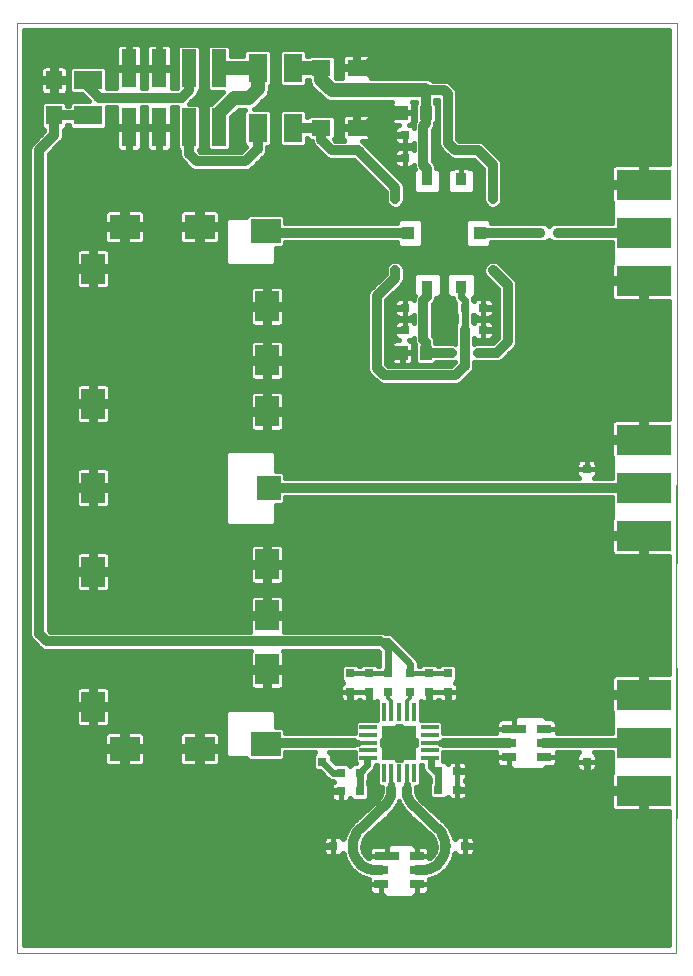
<source format=gtl>
G75*
G70*
%OFA0B0*%
%FSLAX24Y24*%
%IPPOS*%
%LPD*%
%AMOC8*
5,1,8,0,0,1.08239X$1,22.5*
%
%ADD10C,0.0000*%
%ADD11R,0.0800X0.0800*%
%ADD12R,0.1000X0.0800*%
%ADD13R,0.0800X0.1000*%
%ADD14R,0.1800X0.1000*%
%ADD15R,0.0315X0.0315*%
%ADD16R,0.0472X0.0315*%
%ADD17R,0.0827X0.0315*%
%ADD18R,0.1181X0.1181*%
%ADD19R,0.0591X0.0148*%
%ADD20R,0.0148X0.0591*%
%ADD21R,0.0433X0.0433*%
%ADD22R,0.0354X0.0433*%
%ADD23R,0.0394X0.0472*%
%ADD24R,0.0500X0.1260*%
%ADD25R,0.0630X0.0945*%
%ADD26R,0.0945X0.0630*%
%ADD27R,0.0630X0.0551*%
%ADD28R,0.0551X0.0630*%
%ADD29C,0.0240*%
%ADD30C,0.0320*%
%ADD31C,0.0240*%
%ADD32C,0.0160*%
%ADD33C,0.0360*%
%ADD34C,0.0120*%
%ADD35C,0.0080*%
%ADD36C,0.0480*%
%ADD37C,0.0300*%
D10*
X000101Y000101D02*
X000101Y031101D01*
X022101Y031101D01*
X022093Y000101D01*
X000101Y000101D01*
X022101Y004601D02*
X022101Y009601D01*
X022101Y013101D02*
X022101Y018101D01*
X022101Y021601D02*
X022101Y026601D01*
D11*
X008501Y015601D03*
D12*
X008401Y007051D03*
X006201Y006901D03*
X003701Y006901D03*
X003701Y024301D03*
X006201Y024301D03*
X008401Y024151D03*
D13*
X008451Y021651D03*
X008451Y019851D03*
X008451Y018151D03*
X008451Y013051D03*
X008451Y011351D03*
X008451Y009551D03*
X002651Y008301D03*
X002651Y012801D03*
X002651Y015601D03*
X002651Y018401D03*
X002651Y022901D03*
D14*
X021001Y022501D03*
X021001Y024101D03*
X021001Y025701D03*
X021001Y017201D03*
X021001Y015601D03*
X021001Y014001D03*
X021001Y008701D03*
X021001Y007101D03*
X021001Y005501D03*
D15*
X019101Y006473D03*
X019101Y007103D03*
X015041Y003663D03*
X014411Y003663D03*
X014161Y005538D03*
X014161Y006163D03*
X014791Y006163D03*
X014791Y005538D03*
X014476Y008786D03*
X013851Y008786D03*
X013851Y009416D03*
X014476Y009416D03*
X013226Y009416D03*
X013226Y008786D03*
X012476Y008786D03*
X012476Y009416D03*
X011851Y009416D03*
X011226Y009416D03*
X011226Y008786D03*
X011851Y008786D03*
X010288Y007103D03*
X010288Y006473D03*
X010911Y006101D03*
X010911Y005476D03*
X011541Y005476D03*
X011541Y006101D03*
X011291Y003663D03*
X010661Y003663D03*
X019101Y015598D03*
X019101Y016228D03*
X015666Y020851D03*
X015036Y020851D03*
X015036Y021601D03*
X015666Y021601D03*
X013666Y021601D03*
X013036Y021601D03*
X013036Y020851D03*
X013666Y020851D03*
X017536Y024101D03*
X018166Y024101D03*
X013666Y026601D03*
X013036Y026601D03*
X013036Y027351D03*
X013666Y027351D03*
D16*
X017691Y007573D03*
X017691Y007101D03*
X017691Y006628D03*
X016510Y006628D03*
X016510Y007101D03*
X013441Y003323D03*
X013441Y002851D03*
X013441Y002378D03*
X012260Y002378D03*
X012260Y002851D03*
D17*
X012437Y003323D03*
X016687Y007573D03*
D18*
X012851Y007101D03*
D19*
X013874Y007101D03*
X013874Y007357D03*
X013874Y007613D03*
X013874Y006845D03*
X013874Y006589D03*
X011827Y006589D03*
X011827Y006845D03*
X011827Y007101D03*
X011827Y007357D03*
X011827Y007613D03*
D20*
X012339Y008124D03*
X012595Y008124D03*
X012851Y008124D03*
X013107Y008124D03*
X013363Y008124D03*
X013363Y006077D03*
X013107Y006077D03*
X012851Y006077D03*
X012595Y006077D03*
X012339Y006077D03*
D21*
X013150Y024101D03*
X015552Y024101D03*
D22*
X014922Y025892D03*
X013780Y025892D03*
X013780Y022309D03*
X014922Y022309D03*
D23*
X013744Y020101D03*
X012957Y020101D03*
X012957Y028101D03*
X013744Y028101D03*
D24*
X006851Y027617D03*
X005851Y027617D03*
X004851Y027617D03*
X003851Y027617D03*
X003851Y029585D03*
X004851Y029585D03*
X005851Y029585D03*
X006851Y029585D03*
D25*
X008135Y029601D03*
X009316Y029601D03*
X009316Y027601D03*
X008135Y027601D03*
D26*
X002476Y028010D03*
X002476Y029191D03*
D27*
X010260Y029601D03*
X011441Y029601D03*
X011441Y027601D03*
X010260Y027601D03*
D28*
X001351Y028010D03*
X001351Y029191D03*
D29*
X009101Y024726D03*
X009476Y024726D03*
X009851Y024726D03*
X010226Y024726D03*
X010601Y024726D03*
X010976Y024726D03*
X011351Y024726D03*
X011726Y024726D03*
X012101Y024726D03*
X012101Y023476D03*
X011726Y023476D03*
X011351Y023476D03*
X010976Y023476D03*
X010601Y023476D03*
X010226Y023476D03*
X009851Y023476D03*
X009476Y023476D03*
X009101Y023476D03*
X011976Y027351D03*
X011976Y027851D03*
X012538Y027913D03*
X012538Y028288D03*
X012663Y027351D03*
X012663Y026601D03*
X013226Y025851D03*
X013351Y025351D03*
X013726Y025351D03*
X014101Y025351D03*
X014351Y025851D03*
X014601Y025351D03*
X014976Y025351D03*
X015351Y025351D03*
X015476Y025851D03*
X015351Y024851D03*
X014976Y024851D03*
X014601Y024851D03*
X014601Y024351D03*
X014976Y024351D03*
X014976Y023851D03*
X014601Y023851D03*
X014601Y023351D03*
X014976Y023351D03*
X014976Y022851D03*
X014601Y022851D03*
X014101Y022851D03*
X014101Y023351D03*
X013726Y023351D03*
X013351Y023351D03*
X013351Y022851D03*
X013726Y022851D03*
X013226Y022351D03*
X012663Y021601D03*
X012663Y020851D03*
X012538Y020288D03*
X012538Y019913D03*
X014601Y020101D03*
X015476Y020101D03*
X016038Y020851D03*
X016038Y021601D03*
X015476Y022351D03*
X015351Y022851D03*
X015351Y023351D03*
X016476Y023476D03*
X016851Y023476D03*
X017226Y023476D03*
X017601Y023476D03*
X017976Y023476D03*
X018351Y023476D03*
X018726Y023476D03*
X019101Y023476D03*
X019476Y023476D03*
X019851Y023476D03*
X019851Y024726D03*
X019476Y024726D03*
X019101Y024726D03*
X018726Y024726D03*
X018351Y024726D03*
X017976Y024726D03*
X017601Y024726D03*
X017226Y024726D03*
X016851Y024726D03*
X016476Y024726D03*
X014351Y022351D03*
X014101Y023851D03*
X014101Y024351D03*
X013726Y024351D03*
X013726Y023851D03*
X013726Y024851D03*
X013351Y024851D03*
X014101Y024851D03*
X011976Y029351D03*
X011976Y029851D03*
X019101Y016601D03*
X018601Y016226D03*
X018226Y016226D03*
X017851Y016226D03*
X017476Y016226D03*
X017101Y016226D03*
X016726Y016226D03*
X016351Y016226D03*
X015976Y016226D03*
X015601Y016226D03*
X015226Y016226D03*
X014851Y016226D03*
X014476Y016226D03*
X014101Y016226D03*
X013726Y016226D03*
X013351Y016226D03*
X012976Y016226D03*
X012601Y016226D03*
X012226Y016226D03*
X011851Y016226D03*
X011476Y016226D03*
X011101Y016226D03*
X010726Y016226D03*
X010351Y016226D03*
X009976Y016226D03*
X009601Y016226D03*
X009226Y016226D03*
X009226Y014976D03*
X009601Y014976D03*
X009976Y014976D03*
X010351Y014976D03*
X010726Y014976D03*
X011101Y014976D03*
X011476Y014976D03*
X011851Y014976D03*
X012226Y014976D03*
X012601Y014976D03*
X012976Y014976D03*
X013351Y014976D03*
X013726Y014976D03*
X014101Y014976D03*
X014476Y014976D03*
X014851Y014976D03*
X015226Y014976D03*
X015601Y014976D03*
X015976Y014976D03*
X016351Y014976D03*
X016726Y014976D03*
X017101Y014976D03*
X017476Y014976D03*
X017851Y014976D03*
X018226Y014976D03*
X018601Y014976D03*
X018976Y014976D03*
X019351Y014976D03*
X019726Y014976D03*
X019726Y016226D03*
X014476Y008476D03*
X013851Y008476D03*
X014476Y007726D03*
X014851Y007726D03*
X015226Y007726D03*
X015601Y007726D03*
X015851Y008101D03*
X016226Y008226D03*
X016601Y008226D03*
X016976Y008226D03*
X017351Y008226D03*
X017726Y008226D03*
X018101Y008226D03*
X018476Y008101D03*
X018726Y007726D03*
X019101Y007726D03*
X019476Y007726D03*
X019851Y007726D03*
X019851Y006476D03*
X019101Y006101D03*
X018476Y006101D03*
X018101Y005976D03*
X017726Y005976D03*
X017351Y005976D03*
X016976Y005976D03*
X016601Y005976D03*
X016226Y005976D03*
X015851Y006101D03*
X015601Y006476D03*
X015163Y006163D03*
X015163Y005538D03*
X014601Y004726D03*
X014851Y004351D03*
X015413Y003663D03*
X014726Y002851D03*
X014351Y002476D03*
X014101Y001976D03*
X013601Y001726D03*
X013101Y001726D03*
X012601Y001726D03*
X012101Y001726D03*
X011726Y001976D03*
X011351Y002351D03*
X010976Y002726D03*
X010726Y003101D03*
X010288Y003663D03*
X010851Y004351D03*
X011101Y004601D03*
X011351Y004851D03*
X011601Y005101D03*
X012288Y004226D03*
X012413Y003851D03*
X011976Y003913D03*
X012601Y004538D03*
X012851Y004851D03*
X013101Y004538D03*
X013413Y004226D03*
X013288Y003851D03*
X013726Y003913D03*
X012851Y003851D03*
X014226Y004976D03*
X013226Y006726D03*
X013226Y007101D03*
X013226Y007476D03*
X012851Y007476D03*
X012851Y007101D03*
X012851Y006726D03*
X012476Y006726D03*
X012476Y007101D03*
X012476Y007476D03*
X011851Y008476D03*
X011226Y008476D03*
X011101Y007726D03*
X010726Y007726D03*
X010351Y007726D03*
X009976Y007726D03*
X009601Y007726D03*
X009226Y007726D03*
X009226Y006476D03*
X009601Y006476D03*
X010538Y005476D03*
X010788Y006663D03*
X011226Y006663D03*
D30*
X011351Y007101D02*
X010288Y007101D01*
X008451Y007101D01*
X008401Y007051D01*
X010288Y007101D02*
X010288Y007103D01*
X012595Y005544D02*
X012593Y005492D01*
X012588Y005440D01*
X012580Y005388D01*
X012568Y005337D01*
X012553Y005287D01*
X012534Y005238D01*
X012512Y005190D01*
X012488Y005144D01*
X012460Y005100D01*
X012430Y005057D01*
X012396Y005017D01*
X012361Y004978D01*
X012361Y004979D02*
X011535Y004216D01*
X011535Y004217D02*
X011498Y004176D01*
X011463Y004133D01*
X011431Y004088D01*
X011402Y004040D01*
X011377Y003991D01*
X011355Y003940D01*
X011337Y003888D01*
X011322Y003834D01*
X011311Y003780D01*
X011304Y003725D01*
X011301Y003669D01*
X011302Y003614D01*
X011306Y003559D01*
X011315Y003504D01*
X011327Y003450D01*
X011342Y003397D01*
X011362Y003345D01*
X011385Y003294D01*
X011411Y003246D01*
X011441Y003199D01*
X011474Y003154D01*
X011510Y003112D01*
X011549Y003072D01*
X011590Y003036D01*
X011634Y003002D01*
X011680Y002971D01*
X011728Y002943D01*
X011778Y002919D01*
X011829Y002899D01*
X011882Y002882D01*
X011936Y002868D01*
X011990Y002859D01*
X012046Y002853D01*
X012101Y002851D01*
X012260Y002851D01*
X013441Y002851D02*
X013601Y002851D01*
X013656Y002853D01*
X013712Y002859D01*
X013766Y002868D01*
X013820Y002882D01*
X013873Y002899D01*
X013924Y002919D01*
X013974Y002943D01*
X014022Y002971D01*
X014068Y003002D01*
X014112Y003036D01*
X014153Y003072D01*
X014192Y003112D01*
X014228Y003154D01*
X014261Y003199D01*
X014291Y003246D01*
X014317Y003294D01*
X014340Y003345D01*
X014360Y003397D01*
X014375Y003450D01*
X014387Y003504D01*
X014396Y003559D01*
X014400Y003614D01*
X014401Y003669D01*
X014398Y003725D01*
X014391Y003780D01*
X014380Y003834D01*
X014365Y003888D01*
X014347Y003940D01*
X014325Y003991D01*
X014300Y004040D01*
X014271Y004088D01*
X014239Y004133D01*
X014204Y004176D01*
X014167Y004217D01*
X014166Y004216D02*
X013341Y004979D01*
X013341Y004978D02*
X013306Y005017D01*
X013272Y005057D01*
X013242Y005100D01*
X013214Y005144D01*
X013189Y005190D01*
X013168Y005238D01*
X013149Y005287D01*
X013134Y005337D01*
X013122Y005388D01*
X013114Y005440D01*
X013109Y005492D01*
X013107Y005544D01*
X014351Y007101D02*
X016510Y007101D01*
X017691Y007101D02*
X019098Y007101D01*
X019101Y007103D01*
X020598Y007103D01*
X020601Y007101D01*
X021001Y007101D01*
X020998Y015598D02*
X019101Y015598D01*
X019098Y015601D01*
X008501Y015601D01*
X012351Y019351D02*
X012101Y019601D01*
X012101Y021976D01*
X012726Y022601D01*
X012726Y022851D01*
X013780Y022309D02*
X013780Y021967D01*
X013663Y021851D01*
X013663Y021603D01*
X013666Y021601D01*
X013666Y020851D01*
X013666Y020536D01*
X013744Y020457D01*
X013744Y020101D01*
X014601Y020101D01*
X015036Y019661D02*
X014726Y019351D01*
X012351Y019351D01*
X012538Y019913D02*
X012726Y020101D01*
X012538Y020288D01*
X012726Y020101D02*
X012957Y020101D01*
X015036Y019661D02*
X015036Y020851D01*
X015476Y020101D02*
X016101Y020101D01*
X016476Y020476D01*
X016476Y022351D01*
X015976Y022851D01*
X015552Y024101D02*
X017536Y024101D01*
X018166Y024101D02*
X021001Y024101D01*
X015976Y025226D02*
X015976Y026351D01*
X015476Y026851D01*
X014726Y026851D01*
X014476Y027101D01*
X014476Y028726D01*
X014351Y028851D01*
X013726Y028851D01*
X013744Y028832D01*
X013744Y028101D01*
X013744Y027745D01*
X013666Y027666D01*
X013666Y027351D01*
X013666Y026601D01*
X013663Y026598D01*
X013663Y026351D01*
X013780Y026234D01*
X013780Y025892D01*
X012726Y025601D02*
X012726Y025226D01*
X012726Y025601D02*
X011476Y026851D01*
X010601Y026851D01*
X010260Y027191D01*
X010260Y027601D01*
X009316Y027601D01*
X008135Y027601D02*
X008135Y026885D01*
X007726Y026476D01*
X006101Y026476D01*
X005851Y026726D01*
X005851Y027617D01*
X005601Y028601D02*
X002851Y028601D01*
X002476Y028976D01*
X002476Y029191D01*
X002476Y028010D02*
X001351Y028010D01*
X001351Y027351D01*
X000851Y026851D01*
X000851Y010726D01*
X001101Y010476D01*
X012226Y010476D01*
X020998Y015598D02*
X021001Y015601D01*
X013150Y024101D02*
X008451Y024101D01*
X008401Y024151D01*
X011441Y027601D02*
X011726Y027601D01*
X011976Y027351D01*
X011726Y027601D02*
X011976Y027851D01*
X012538Y027913D02*
X012726Y028101D01*
X012538Y028288D01*
X012726Y028101D02*
X012957Y028101D01*
X012726Y028101D02*
X012726Y028101D01*
X011976Y029351D02*
X011726Y029601D01*
X011441Y029601D01*
X011726Y029601D02*
X011976Y029851D01*
X005851Y029585D02*
X005851Y028851D01*
X005601Y028601D01*
D31*
X012663Y027351D02*
X013036Y027351D01*
X013036Y026601D02*
X012663Y026601D01*
X014922Y022309D02*
X014922Y021967D01*
X015036Y021853D01*
X015036Y021601D01*
X015036Y020851D01*
X015666Y020851D02*
X016038Y020851D01*
X016038Y021601D02*
X015666Y021601D01*
X013036Y021601D02*
X012663Y021601D01*
X012663Y020851D02*
X013036Y020851D01*
X012476Y010476D02*
X012226Y010476D01*
X012476Y010226D01*
X012476Y009416D01*
X013226Y009416D02*
X013226Y009726D01*
X012476Y010476D01*
X011851Y008786D02*
X011851Y008476D01*
X011226Y008476D02*
X011226Y008786D01*
X011351Y007101D02*
X011476Y007101D01*
X011788Y006550D02*
X011788Y006351D01*
X011663Y006226D01*
X011541Y006101D01*
X011541Y005476D01*
X010911Y005476D02*
X010538Y005476D01*
X010661Y006101D02*
X010911Y006101D01*
X010661Y006101D02*
X010288Y006473D01*
X012595Y005732D02*
X012595Y005544D01*
X013107Y005544D02*
X013107Y005732D01*
X013913Y006288D02*
X013913Y006550D01*
X013913Y006288D02*
X014038Y006163D01*
X014161Y006163D01*
X014161Y005538D01*
X014791Y005538D02*
X015163Y005538D01*
X015163Y006163D02*
X014791Y006163D01*
X014351Y007101D02*
X014226Y007101D01*
X014476Y008476D02*
X014476Y008786D01*
X013851Y008786D02*
X013851Y008476D01*
X015041Y003663D02*
X015413Y003663D01*
X015413Y003663D01*
X019101Y006101D02*
X019101Y006101D01*
X019101Y006473D01*
X010661Y003663D02*
X010288Y003663D01*
D32*
X010323Y003663D02*
X010323Y003482D01*
X010336Y003436D01*
X010359Y003395D01*
X010393Y003362D01*
X010434Y003338D01*
X010480Y003326D01*
X010661Y003326D01*
X010842Y003326D01*
X010888Y003338D01*
X010929Y003362D01*
X010962Y003395D01*
X010982Y003430D01*
X010983Y003430D01*
X010982Y003430D02*
X011008Y003405D01*
X011051Y003216D01*
X011254Y002894D01*
X011551Y002657D01*
X011844Y002554D01*
X011844Y002379D01*
X012260Y002379D01*
X012260Y002378D01*
X012260Y002378D01*
X012260Y002041D01*
X012000Y002041D01*
X011955Y002053D01*
X011913Y002077D01*
X011880Y002110D01*
X011856Y002151D01*
X011844Y002197D01*
X011844Y002378D01*
X012260Y002378D01*
X012260Y002041D01*
X012316Y002041D01*
X012316Y002034D01*
X012409Y001941D01*
X012667Y001941D01*
X013292Y001941D01*
X013386Y002034D01*
X013386Y002041D01*
X013441Y002041D01*
X013441Y002378D01*
X013441Y002378D01*
X013441Y002041D01*
X013701Y002041D01*
X013747Y002053D01*
X013788Y002077D01*
X013822Y002110D01*
X013845Y002151D01*
X013858Y002197D01*
X013858Y002378D01*
X013442Y002378D01*
X013442Y002379D01*
X013858Y002379D01*
X013858Y002554D01*
X014150Y002657D01*
X014448Y002894D01*
X014650Y003216D01*
X014693Y003405D01*
X014719Y003430D01*
X014719Y003430D01*
X014739Y003395D01*
X014773Y003362D01*
X014814Y003338D01*
X014860Y003326D01*
X015041Y003326D01*
X015222Y003326D01*
X015268Y003338D01*
X015309Y003362D01*
X015342Y003395D01*
X015366Y003436D01*
X015378Y003482D01*
X015378Y003663D01*
X015041Y003663D01*
X015041Y003326D01*
X015041Y003663D01*
X015041Y003663D01*
X015041Y003664D01*
X015041Y003664D01*
X015041Y004001D01*
X015222Y004001D01*
X015268Y003989D01*
X015309Y003965D01*
X015342Y003931D01*
X015366Y003890D01*
X015378Y003845D01*
X015378Y003664D01*
X015041Y003664D01*
X015041Y004001D01*
X014860Y004001D01*
X014814Y003989D01*
X014773Y003965D01*
X014739Y003931D01*
X014719Y003896D01*
X014698Y003918D01*
X014692Y003965D01*
X014692Y003965D01*
X014527Y004308D01*
X014433Y004402D01*
X014430Y004408D01*
X014388Y004447D01*
X014348Y004488D01*
X014342Y004490D01*
X013566Y005207D01*
X013526Y005252D01*
X013463Y005361D01*
X013431Y005482D01*
X013427Y005544D01*
X013427Y005608D01*
X013421Y005622D01*
X013503Y005622D01*
X013596Y005716D01*
X013596Y006355D01*
X013633Y006355D01*
X013633Y006233D01*
X013676Y006130D01*
X013755Y006051D01*
X013843Y005962D01*
X013843Y005940D01*
X013881Y005902D01*
X013881Y005800D01*
X013843Y005762D01*
X013843Y005315D01*
X013937Y005221D01*
X014385Y005221D01*
X014469Y005305D01*
X014489Y005270D01*
X014523Y005237D01*
X014564Y005213D01*
X014610Y005201D01*
X014791Y005201D01*
X014972Y005201D01*
X015018Y005213D01*
X015059Y005237D01*
X015092Y005270D01*
X015116Y005311D01*
X015128Y005357D01*
X015128Y005538D01*
X014791Y005538D01*
X014791Y005201D01*
X014791Y005538D01*
X014791Y005538D01*
X014791Y005538D01*
X015128Y005538D01*
X015128Y005719D01*
X015116Y005765D01*
X015092Y005806D01*
X015059Y005840D01*
X015040Y005851D01*
X015059Y005862D01*
X015092Y005895D01*
X015116Y005936D01*
X015128Y005982D01*
X015128Y006163D01*
X014791Y006163D01*
X014791Y005826D01*
X014791Y005539D01*
X014791Y005539D01*
X014791Y005826D01*
X014791Y006163D01*
X014791Y006163D01*
X014791Y006163D01*
X015128Y006163D01*
X015128Y006344D01*
X015116Y006390D01*
X015092Y006431D01*
X015059Y006465D01*
X015018Y006488D01*
X014972Y006501D01*
X014791Y006501D01*
X014791Y006164D01*
X014791Y006164D01*
X014791Y006501D01*
X014610Y006501D01*
X014564Y006488D01*
X014523Y006465D01*
X014489Y006431D01*
X014469Y006396D01*
X014385Y006481D01*
X014330Y006481D01*
X014330Y006705D01*
X014330Y006781D01*
X016094Y006781D01*
X016094Y006629D01*
X016510Y006629D01*
X016510Y006628D01*
X016510Y006628D01*
X016510Y006291D01*
X016250Y006291D01*
X016205Y006303D01*
X016163Y006327D01*
X016130Y006360D01*
X016106Y006401D01*
X016094Y006447D01*
X016094Y006628D01*
X016510Y006628D01*
X016510Y006291D01*
X016566Y006291D01*
X016566Y006284D01*
X015128Y006284D01*
X015128Y006125D02*
X019941Y006125D01*
X019941Y006084D02*
X019933Y006070D01*
X019921Y006024D01*
X019921Y005581D01*
X020921Y005581D01*
X020921Y005421D01*
X021081Y005421D01*
X021081Y004821D01*
X021851Y004821D01*
X021851Y000351D01*
X000351Y000351D01*
X000351Y030851D01*
X021851Y030851D01*
X021851Y026381D01*
X021081Y026381D01*
X021081Y025781D01*
X020921Y025781D01*
X020921Y026381D01*
X020077Y026381D01*
X020031Y026368D01*
X019990Y026345D01*
X019957Y026311D01*
X019933Y026270D01*
X019921Y026224D01*
X019921Y025781D01*
X020921Y025781D01*
X020921Y025621D01*
X019921Y025621D01*
X019921Y025177D01*
X019933Y025131D01*
X019941Y025118D01*
X019941Y024667D01*
X019941Y024421D01*
X018102Y024421D01*
X018096Y024418D01*
X017942Y024418D01*
X017851Y024327D01*
X017760Y024418D01*
X017606Y024418D01*
X017599Y024421D01*
X015928Y024421D01*
X015928Y024502D01*
X015834Y024595D01*
X015151Y024595D01*
X015057Y024502D01*
X015057Y024384D01*
X015057Y023818D01*
X015057Y023700D01*
X015151Y023606D01*
X015834Y023606D01*
X015928Y023700D01*
X015928Y023781D01*
X017599Y023781D01*
X017606Y023783D01*
X017760Y023783D01*
X017851Y023875D01*
X017942Y023783D01*
X018096Y023783D01*
X018102Y023781D01*
X019941Y023781D01*
X019941Y023534D01*
X019941Y023084D01*
X019933Y023070D01*
X019921Y023024D01*
X019921Y022581D01*
X020921Y022581D01*
X020921Y022421D01*
X021081Y022421D01*
X021081Y021821D01*
X021851Y021821D01*
X021851Y017881D01*
X021081Y017881D01*
X021081Y017281D01*
X020921Y017281D01*
X020921Y017881D01*
X020077Y017881D01*
X020031Y017868D01*
X019990Y017845D01*
X019957Y017811D01*
X019933Y017770D01*
X019921Y017724D01*
X019921Y017281D01*
X020921Y017281D01*
X020921Y017121D01*
X019921Y017121D01*
X019921Y016677D01*
X019933Y016631D01*
X019941Y016618D01*
X019941Y016167D01*
X019941Y015918D01*
X019354Y015918D01*
X019369Y015927D01*
X019402Y015960D01*
X019426Y016001D01*
X019438Y016047D01*
X019438Y016228D01*
X019101Y016228D01*
X019101Y016228D01*
X019438Y016228D01*
X019438Y016409D01*
X019426Y016455D01*
X019402Y016496D01*
X019369Y016530D01*
X019328Y016553D01*
X019282Y016566D01*
X019101Y016566D01*
X019101Y016229D01*
X019101Y016229D01*
X019101Y016566D01*
X018920Y016566D01*
X018874Y016553D01*
X018833Y016530D01*
X018799Y016496D01*
X018776Y016455D01*
X018763Y016409D01*
X018763Y016228D01*
X018763Y016047D01*
X018776Y016001D01*
X018799Y015960D01*
X018833Y015927D01*
X018843Y015921D01*
X009061Y015921D01*
X009061Y016067D01*
X008967Y016161D01*
X008761Y016161D01*
X008761Y016767D01*
X008667Y016861D01*
X007984Y016861D01*
X007134Y016861D01*
X007041Y016767D01*
X007041Y014434D01*
X007134Y014341D01*
X007984Y014341D01*
X008667Y014341D01*
X008761Y014434D01*
X008761Y015041D01*
X008967Y015041D01*
X009061Y015134D01*
X009061Y015281D01*
X019031Y015281D01*
X019037Y015278D01*
X019941Y015278D01*
X019941Y015034D01*
X019941Y014584D01*
X019933Y014570D01*
X019921Y014524D01*
X019921Y014081D01*
X020921Y014081D01*
X020921Y013921D01*
X021081Y013921D01*
X021081Y013321D01*
X021851Y013321D01*
X021851Y009381D01*
X021081Y009381D01*
X021081Y008781D01*
X020921Y008781D01*
X020921Y009381D01*
X020077Y009381D01*
X020031Y009368D01*
X019990Y009345D01*
X019957Y009311D01*
X019933Y009270D01*
X019921Y009224D01*
X019921Y008781D01*
X020921Y008781D01*
X020921Y008621D01*
X019921Y008621D01*
X019921Y008177D01*
X019933Y008131D01*
X019941Y008118D01*
X019941Y007534D01*
X019941Y007423D01*
X019037Y007423D01*
X019031Y007421D01*
X018108Y007421D01*
X018108Y007573D01*
X017761Y007573D01*
X017761Y007573D01*
X018108Y007573D01*
X018108Y007754D01*
X018095Y007800D01*
X018072Y007841D01*
X018038Y007875D01*
X017997Y007898D01*
X017951Y007911D01*
X017761Y007911D01*
X017761Y007917D01*
X017667Y008011D01*
X016784Y008011D01*
X016691Y007917D01*
X016691Y007911D01*
X016688Y007911D01*
X016688Y007574D01*
X016687Y007574D01*
X016687Y007911D01*
X016250Y007911D01*
X016205Y007898D01*
X016163Y007875D01*
X016130Y007841D01*
X016106Y007800D01*
X016094Y007754D01*
X016094Y007573D01*
X016094Y007421D01*
X014330Y007421D01*
X014330Y007472D01*
X014330Y007753D01*
X014236Y007846D01*
X013596Y007846D01*
X013596Y008476D01*
X013624Y008461D01*
X013670Y008448D01*
X013851Y008448D01*
X014032Y008448D01*
X014078Y008461D01*
X014119Y008484D01*
X014152Y008518D01*
X014163Y008537D01*
X014174Y008518D01*
X014208Y008484D01*
X014249Y008461D01*
X014295Y008448D01*
X014476Y008448D01*
X014657Y008448D01*
X014703Y008461D01*
X014744Y008484D01*
X014777Y008518D01*
X014801Y008559D01*
X014813Y008605D01*
X014813Y008786D01*
X014813Y008967D01*
X014801Y009013D01*
X014777Y009054D01*
X014744Y009087D01*
X014709Y009107D01*
X014793Y009192D01*
X014793Y009639D01*
X014700Y009733D01*
X014252Y009733D01*
X014175Y009656D01*
X014152Y009656D01*
X014075Y009733D01*
X013627Y009733D01*
X013550Y009656D01*
X013527Y009656D01*
X013506Y009677D01*
X013506Y009781D01*
X013463Y009884D01*
X012713Y010634D01*
X012634Y010713D01*
X012531Y010756D01*
X012386Y010756D01*
X012289Y010796D01*
X009022Y010796D01*
X009031Y010827D01*
X009031Y011271D01*
X008531Y011271D01*
X008531Y011431D01*
X008371Y011431D01*
X008371Y012031D01*
X008027Y012031D01*
X007981Y012018D01*
X007940Y011995D01*
X007907Y011961D01*
X007883Y011920D01*
X007871Y011874D01*
X007871Y011431D01*
X008371Y011431D01*
X008371Y011271D01*
X007871Y011271D01*
X007871Y010827D01*
X007879Y010796D01*
X001233Y010796D01*
X001171Y010858D01*
X001171Y026718D01*
X001532Y027079D01*
X001622Y027169D01*
X001671Y027287D01*
X001671Y027535D01*
X001693Y027535D01*
X001786Y027629D01*
X001786Y027690D01*
X001843Y027690D01*
X001843Y027629D01*
X001937Y027535D01*
X003014Y027535D01*
X003108Y027629D01*
X003108Y028281D01*
X003424Y028281D01*
X003421Y028270D01*
X003421Y027662D01*
X003806Y027662D01*
X003806Y027571D01*
X003896Y027571D01*
X003896Y026807D01*
X004124Y026807D01*
X004170Y026819D01*
X004211Y026843D01*
X004245Y026876D01*
X004268Y026917D01*
X004281Y026963D01*
X004281Y027571D01*
X003896Y027571D01*
X003896Y027662D01*
X004281Y027662D01*
X004281Y028270D01*
X004278Y028281D01*
X004424Y028281D01*
X004421Y028270D01*
X004421Y027662D01*
X004806Y027662D01*
X004806Y027571D01*
X004896Y027571D01*
X004896Y026807D01*
X005124Y026807D01*
X005170Y026819D01*
X005211Y026843D01*
X005245Y026876D01*
X005268Y026917D01*
X005281Y026963D01*
X005281Y027571D01*
X004896Y027571D01*
X004896Y027662D01*
X005281Y027662D01*
X005281Y028270D01*
X005278Y028281D01*
X005441Y028281D01*
X005441Y026920D01*
X005531Y026830D01*
X005531Y026789D01*
X005531Y026662D01*
X005579Y026544D01*
X005829Y026294D01*
X005919Y026204D01*
X006037Y026156D01*
X007662Y026156D01*
X007789Y026156D01*
X007907Y026204D01*
X008406Y026704D01*
X008455Y026822D01*
X008455Y026949D01*
X008455Y026968D01*
X008516Y026968D01*
X008610Y027062D01*
X008610Y028139D01*
X008516Y028233D01*
X008009Y028233D01*
X008077Y028262D01*
X008474Y028659D01*
X008535Y028806D01*
X008535Y028965D01*
X008535Y028987D01*
X008610Y029062D01*
X008610Y030139D01*
X008516Y030233D01*
X007754Y030233D01*
X007660Y030139D01*
X007660Y029985D01*
X007261Y029985D01*
X007261Y030281D01*
X007167Y030375D01*
X006534Y030375D01*
X006441Y030281D01*
X006441Y028889D01*
X006534Y028795D01*
X006979Y028795D01*
X006591Y028406D01*
X006534Y028406D01*
X006441Y028313D01*
X006441Y026920D01*
X006534Y026827D01*
X007167Y026827D01*
X007261Y026920D01*
X007261Y027945D01*
X007516Y028201D01*
X007722Y028201D01*
X007660Y028139D01*
X007660Y027062D01*
X007754Y026968D01*
X007766Y026968D01*
X007593Y026796D01*
X006233Y026796D01*
X006185Y026844D01*
X006261Y026920D01*
X006261Y028313D01*
X006167Y028406D01*
X005859Y028406D01*
X005872Y028419D01*
X006122Y028669D01*
X006171Y028787D01*
X006171Y028799D01*
X006261Y028889D01*
X006261Y030281D01*
X006167Y030375D01*
X005534Y030375D01*
X005441Y030281D01*
X005441Y028921D01*
X005278Y028921D01*
X005281Y028931D01*
X005281Y029540D01*
X004896Y029540D01*
X004896Y029630D01*
X005281Y029630D01*
X005281Y030239D01*
X005268Y030284D01*
X005245Y030325D01*
X005211Y030359D01*
X005170Y030383D01*
X005124Y030395D01*
X004896Y030395D01*
X004896Y029630D01*
X004806Y029630D01*
X004806Y030395D01*
X004577Y030395D01*
X004531Y030383D01*
X004170Y030383D01*
X004124Y030395D01*
X003896Y030395D01*
X003896Y029630D01*
X004281Y029630D01*
X004281Y030239D01*
X004268Y030284D01*
X004245Y030325D01*
X004211Y030359D01*
X004170Y030383D01*
X004281Y030224D02*
X004421Y030224D01*
X004421Y030239D02*
X004421Y029630D01*
X004806Y029630D01*
X004806Y029540D01*
X004421Y029540D01*
X004421Y028931D01*
X004424Y028921D01*
X004278Y028921D01*
X004281Y028931D01*
X004281Y029540D01*
X003896Y029540D01*
X003896Y029630D01*
X003806Y029630D01*
X003806Y030395D01*
X003577Y030395D01*
X003531Y030383D01*
X000351Y030383D01*
X000351Y030541D02*
X021851Y030541D01*
X021851Y030383D02*
X005170Y030383D01*
X005281Y030224D02*
X005441Y030224D01*
X005441Y030065D02*
X005281Y030065D01*
X005281Y029907D02*
X005441Y029907D01*
X005441Y029748D02*
X005281Y029748D01*
X005441Y029590D02*
X004896Y029590D01*
X004806Y029590D02*
X003896Y029590D01*
X003806Y029590D02*
X003091Y029590D01*
X003108Y029573D02*
X003014Y029666D01*
X001937Y029666D01*
X001843Y029573D01*
X001843Y028810D01*
X001937Y028716D01*
X002283Y028716D01*
X002514Y028485D01*
X001937Y028485D01*
X001843Y028391D01*
X001843Y028330D01*
X001786Y028330D01*
X001786Y028391D01*
X001693Y028485D01*
X001009Y028485D01*
X000915Y028391D01*
X000915Y027629D01*
X001009Y027535D01*
X001031Y027535D01*
X001031Y027483D01*
X000579Y027032D01*
X000531Y026914D01*
X000531Y026787D01*
X000531Y010662D01*
X000579Y010544D01*
X000669Y010454D01*
X000919Y010204D01*
X001037Y010156D01*
X001164Y010156D01*
X007904Y010156D01*
X007883Y010120D01*
X007871Y010074D01*
X007871Y009631D01*
X008371Y009631D01*
X008371Y009471D01*
X008531Y009471D01*
X008531Y009631D01*
X009031Y009631D01*
X009031Y010074D01*
X009018Y010120D01*
X008998Y010156D01*
X012150Y010156D01*
X012196Y010110D01*
X012196Y009677D01*
X012175Y009656D01*
X012152Y009656D01*
X012075Y009733D01*
X011627Y009733D01*
X011550Y009656D01*
X011527Y009656D01*
X011450Y009733D01*
X011002Y009733D01*
X010908Y009639D01*
X010908Y009192D01*
X010993Y009107D01*
X010958Y009087D01*
X010924Y009054D01*
X010901Y009013D01*
X010888Y008967D01*
X010888Y008786D01*
X011225Y008786D01*
X011225Y008786D01*
X010888Y008786D01*
X010888Y008605D01*
X010901Y008559D01*
X010924Y008518D01*
X010958Y008484D01*
X010999Y008461D01*
X011045Y008448D01*
X011226Y008448D01*
X011407Y008448D01*
X011453Y008461D01*
X011494Y008484D01*
X011527Y008518D01*
X011538Y008537D01*
X011549Y008518D01*
X011583Y008484D01*
X011624Y008461D01*
X011670Y008448D01*
X011851Y008448D01*
X012032Y008448D01*
X012078Y008461D01*
X012105Y008476D01*
X012105Y007846D01*
X011466Y007846D01*
X011372Y007753D01*
X011372Y007497D01*
X011372Y007421D01*
X010358Y007421D01*
X010352Y007423D01*
X010225Y007423D01*
X010219Y007421D01*
X009061Y007421D01*
X009061Y007517D01*
X008967Y007611D01*
X008761Y007611D01*
X008761Y008117D01*
X008667Y008211D01*
X007784Y008211D01*
X007134Y008211D01*
X007041Y008117D01*
X007041Y006684D01*
X007134Y006591D01*
X007741Y006591D01*
X007741Y006584D01*
X007834Y006491D01*
X008967Y006491D01*
X009061Y006584D01*
X009061Y006781D01*
X010055Y006781D01*
X009971Y006697D01*
X009971Y006250D01*
X010065Y006156D01*
X010210Y006156D01*
X010423Y005942D01*
X010502Y005863D01*
X010605Y005821D01*
X010650Y005821D01*
X010675Y005796D01*
X010643Y005777D01*
X010609Y005744D01*
X010586Y005703D01*
X010573Y005657D01*
X010573Y005476D01*
X010910Y005476D01*
X010910Y005476D01*
X010573Y005476D01*
X010573Y005295D01*
X010586Y005249D01*
X010609Y005208D01*
X010643Y005174D01*
X000351Y005174D01*
X000351Y005016D02*
X011929Y005016D01*
X011780Y005174D02*
X012101Y005174D01*
X012136Y005207D02*
X011360Y004490D01*
X011354Y004488D01*
X011314Y004448D01*
X011271Y004408D01*
X011268Y004402D01*
X011174Y004308D01*
X011009Y003965D01*
X011004Y003918D01*
X010982Y003896D01*
X010962Y003931D01*
X010929Y003965D01*
X010888Y003988D01*
X010842Y004001D01*
X010661Y004001D01*
X010661Y003664D01*
X010661Y003664D01*
X010661Y004001D01*
X010480Y004001D01*
X010434Y003988D01*
X010393Y003965D01*
X010359Y003931D01*
X010336Y003890D01*
X010323Y003844D01*
X010323Y003663D01*
X010660Y003663D01*
X010660Y003663D01*
X010661Y003663D02*
X010661Y003663D01*
X010661Y003326D01*
X010661Y003663D01*
X010660Y003663D02*
X010323Y003663D01*
X010323Y003589D02*
X000351Y003589D01*
X000351Y003747D02*
X010323Y003747D01*
X010345Y003906D02*
X000351Y003906D01*
X000351Y004064D02*
X011057Y004064D01*
X011009Y003965D02*
X011009Y003965D01*
X010992Y003906D02*
X010977Y003906D01*
X010661Y003906D02*
X010661Y003906D01*
X010661Y003747D02*
X010661Y003747D01*
X010661Y003589D02*
X010661Y003589D01*
X010661Y003430D02*
X010661Y003430D01*
X011039Y003272D02*
X000351Y003272D01*
X000351Y003430D02*
X010339Y003430D01*
X011051Y003216D02*
X011051Y003216D01*
X011116Y003113D02*
X000351Y003113D01*
X000351Y002955D02*
X011216Y002955D01*
X011254Y002894D02*
X011254Y002894D01*
X011254Y002894D01*
X011376Y002796D02*
X000351Y002796D01*
X000351Y002637D02*
X011606Y002637D01*
X011551Y002657D02*
X011551Y002657D01*
X011844Y002479D02*
X000351Y002479D01*
X000351Y002320D02*
X011844Y002320D01*
X011853Y002162D02*
X000351Y002162D01*
X000351Y002003D02*
X012347Y002003D01*
X012260Y002162D02*
X012260Y002162D01*
X012260Y002320D02*
X012260Y002320D01*
X012437Y003323D02*
X011844Y003323D01*
X011844Y003250D01*
X011743Y003331D01*
X011657Y003467D01*
X011622Y003624D01*
X011640Y003784D01*
X011709Y003929D01*
X011760Y003989D01*
X012536Y004705D01*
X012542Y004707D01*
X012582Y004748D01*
X012624Y004787D01*
X012627Y004793D01*
X012691Y004857D01*
X013010Y004857D01*
X013010Y004857D01*
X012863Y005112D01*
X012863Y005112D01*
X012851Y005158D01*
X012839Y005112D01*
X012839Y005112D01*
X012691Y004857D01*
X012691Y004857D01*
X012783Y005016D02*
X012919Y005016D01*
X013010Y004857D02*
X013074Y004793D01*
X013077Y004787D01*
X013120Y004747D01*
X013160Y004707D01*
X013166Y004705D01*
X013942Y003988D01*
X013992Y003929D01*
X014062Y003784D01*
X014080Y003624D01*
X014044Y003467D01*
X013959Y003331D01*
X013858Y003250D01*
X013858Y003323D01*
X013442Y003323D01*
X013442Y003323D01*
X013858Y003323D01*
X013858Y003504D01*
X013845Y003550D01*
X013822Y003591D01*
X013788Y003625D01*
X013747Y003648D01*
X013701Y003661D01*
X013441Y003661D01*
X013386Y003661D01*
X013386Y003667D01*
X013292Y003761D01*
X012534Y003761D01*
X012441Y003667D01*
X012441Y003661D01*
X012438Y003661D01*
X012438Y003324D01*
X012437Y003324D01*
X012437Y003661D01*
X012000Y003661D01*
X011955Y003648D01*
X011913Y003625D01*
X011880Y003591D01*
X011856Y003550D01*
X011844Y003504D01*
X011844Y003323D01*
X012437Y003323D01*
X012437Y003323D01*
X012437Y003430D02*
X012438Y003430D01*
X012437Y003589D02*
X012438Y003589D01*
X012521Y003747D02*
X011635Y003747D01*
X011630Y003589D02*
X011879Y003589D01*
X011844Y003430D02*
X011681Y003430D01*
X011817Y003272D02*
X011844Y003272D01*
X011698Y003906D02*
X014003Y003906D01*
X014066Y003747D02*
X013305Y003747D01*
X013441Y003661D02*
X013441Y003324D01*
X013441Y003324D01*
X013441Y003661D01*
X013441Y003589D02*
X013441Y003589D01*
X013441Y003430D02*
X013441Y003430D01*
X013823Y003589D02*
X014072Y003589D01*
X014021Y003430D02*
X013858Y003430D01*
X013858Y003272D02*
X013884Y003272D01*
X014325Y002796D02*
X021851Y002796D01*
X021851Y002637D02*
X014096Y002637D01*
X014150Y002657D02*
X014150Y002657D01*
X013858Y002479D02*
X021851Y002479D01*
X021851Y002320D02*
X013858Y002320D01*
X013848Y002162D02*
X021851Y002162D01*
X021851Y002003D02*
X013355Y002003D01*
X013441Y002162D02*
X013441Y002162D01*
X013441Y002320D02*
X013441Y002320D01*
X014448Y002894D02*
X014448Y002894D01*
X014448Y002894D01*
X014486Y002955D02*
X021851Y002955D01*
X021851Y003113D02*
X014586Y003113D01*
X014650Y003216D02*
X014650Y003216D01*
X014663Y003272D02*
X021851Y003272D01*
X021851Y003430D02*
X015362Y003430D01*
X015378Y003589D02*
X021851Y003589D01*
X021851Y003747D02*
X015378Y003747D01*
X015357Y003906D02*
X021851Y003906D01*
X021851Y004064D02*
X014645Y004064D01*
X014710Y003906D02*
X014725Y003906D01*
X015041Y003906D02*
X015041Y003906D01*
X015041Y003747D02*
X015041Y003747D01*
X015041Y003589D02*
X015041Y003589D01*
X015041Y003430D02*
X015041Y003430D01*
X014568Y004223D02*
X021851Y004223D01*
X021851Y004381D02*
X014454Y004381D01*
X014527Y004308D02*
X014527Y004308D01*
X014288Y004540D02*
X021851Y004540D01*
X021851Y004699D02*
X014116Y004699D01*
X013944Y004857D02*
X019990Y004857D01*
X020031Y004833D01*
X020077Y004821D01*
X020921Y004821D01*
X020921Y005421D01*
X019921Y005421D01*
X019921Y004977D01*
X019933Y004931D01*
X019957Y004890D01*
X019990Y004857D01*
X019921Y005016D02*
X013773Y005016D01*
X013601Y005174D02*
X019921Y005174D01*
X019921Y005333D02*
X015122Y005333D01*
X015128Y005491D02*
X020921Y005491D01*
X020921Y005333D02*
X021081Y005333D01*
X021081Y005174D02*
X020921Y005174D01*
X020921Y005016D02*
X021081Y005016D01*
X021081Y004857D02*
X020921Y004857D01*
X019921Y005650D02*
X015128Y005650D01*
X015090Y005808D02*
X019921Y005808D01*
X019921Y005967D02*
X015124Y005967D01*
X015081Y006443D02*
X016095Y006443D01*
X016094Y006601D02*
X014330Y006601D01*
X014330Y006760D02*
X016094Y006760D01*
X016510Y006601D02*
X016510Y006601D01*
X016510Y006443D02*
X016510Y006443D01*
X016566Y006284D02*
X016659Y006191D01*
X016917Y006191D01*
X017667Y006191D01*
X017761Y006284D01*
X017761Y006291D01*
X017951Y006291D01*
X017997Y006303D01*
X018038Y006327D01*
X018072Y006360D01*
X018095Y006401D01*
X018108Y006447D01*
X018108Y006628D01*
X017761Y006628D01*
X017761Y006629D01*
X018108Y006629D01*
X018108Y006781D01*
X018843Y006781D01*
X018833Y006775D01*
X018799Y006741D01*
X018776Y006700D01*
X018763Y006655D01*
X018763Y006474D01*
X019100Y006474D01*
X019100Y006473D01*
X018763Y006473D01*
X018763Y006292D01*
X018776Y006246D01*
X018799Y006205D01*
X018833Y006172D01*
X018874Y006148D01*
X018920Y006136D01*
X019101Y006136D01*
X019282Y006136D01*
X019328Y006148D01*
X019369Y006172D01*
X019402Y006205D01*
X019426Y006246D01*
X019438Y006292D01*
X019438Y006473D01*
X019101Y006473D01*
X019101Y006136D01*
X019101Y006473D01*
X019101Y006473D01*
X019101Y006474D01*
X019438Y006474D01*
X019438Y006655D01*
X019426Y006700D01*
X019402Y006741D01*
X019369Y006775D01*
X019354Y006783D01*
X019941Y006783D01*
X019941Y006667D01*
X019941Y006084D01*
X019941Y006284D02*
X019436Y006284D01*
X019438Y006443D02*
X019941Y006443D01*
X019941Y006601D02*
X019438Y006601D01*
X019384Y006760D02*
X019941Y006760D01*
X019941Y007552D02*
X018108Y007552D01*
X018108Y007711D02*
X019941Y007711D01*
X019941Y007869D02*
X018043Y007869D01*
X018108Y006760D02*
X018817Y006760D01*
X018763Y006601D02*
X018108Y006601D01*
X018106Y006443D02*
X018763Y006443D01*
X018765Y006284D02*
X017760Y006284D01*
X016687Y007573D02*
X016094Y007573D01*
X016687Y007573D01*
X016687Y007573D01*
X016687Y007711D02*
X016688Y007711D01*
X016687Y007869D02*
X016688Y007869D01*
X016158Y007869D02*
X013596Y007869D01*
X013596Y008028D02*
X019941Y008028D01*
X019921Y008186D02*
X013596Y008186D01*
X013596Y008345D02*
X019921Y008345D01*
X019921Y008504D02*
X014763Y008504D01*
X014813Y008662D02*
X020921Y008662D01*
X020921Y008821D02*
X021081Y008821D01*
X021081Y008979D02*
X020921Y008979D01*
X020921Y009138D02*
X021081Y009138D01*
X021081Y009296D02*
X020921Y009296D01*
X021851Y009455D02*
X014793Y009455D01*
X014793Y009613D02*
X021851Y009613D01*
X021851Y009772D02*
X013506Y009772D01*
X013417Y009930D02*
X021851Y009930D01*
X021851Y010089D02*
X013258Y010089D01*
X013100Y010248D02*
X021851Y010248D01*
X021851Y010406D02*
X012941Y010406D01*
X012783Y010565D02*
X021851Y010565D01*
X021851Y010723D02*
X012610Y010723D01*
X012196Y010089D02*
X009027Y010089D01*
X009031Y009930D02*
X012196Y009930D01*
X012196Y009772D02*
X009031Y009772D01*
X009031Y009471D02*
X008531Y009471D01*
X008531Y008871D01*
X008874Y008871D01*
X008920Y008883D01*
X008961Y008907D01*
X008995Y008940D01*
X009018Y008981D01*
X009031Y009027D01*
X009031Y009471D01*
X009031Y009455D02*
X010908Y009455D01*
X010908Y009613D02*
X008531Y009613D01*
X008531Y009455D02*
X008371Y009455D01*
X008371Y009471D02*
X008371Y008871D01*
X008027Y008871D01*
X007981Y008883D01*
X007940Y008907D01*
X007907Y008940D01*
X007883Y008981D01*
X007871Y009027D01*
X007871Y009471D01*
X008371Y009471D01*
X008371Y009613D02*
X000351Y009613D01*
X000351Y009455D02*
X007871Y009455D01*
X007871Y009296D02*
X000351Y009296D01*
X000351Y009138D02*
X007871Y009138D01*
X007884Y008979D02*
X003080Y008979D01*
X003074Y008981D02*
X002731Y008981D01*
X002731Y008381D01*
X002571Y008381D01*
X002571Y008981D01*
X002227Y008981D01*
X002181Y008968D01*
X002140Y008945D01*
X002107Y008911D01*
X002083Y008870D01*
X002071Y008824D01*
X002071Y008381D01*
X002571Y008381D01*
X002571Y008221D01*
X002731Y008221D01*
X002731Y008381D01*
X003231Y008381D01*
X003231Y008824D01*
X003218Y008870D01*
X003195Y008911D01*
X003161Y008945D01*
X003120Y008968D01*
X003074Y008981D01*
X003231Y008821D02*
X010888Y008821D01*
X010892Y008979D02*
X009017Y008979D01*
X009031Y009138D02*
X010963Y009138D01*
X010908Y009296D02*
X009031Y009296D01*
X008531Y009296D02*
X008371Y009296D01*
X008371Y009138D02*
X008531Y009138D01*
X008531Y008979D02*
X008371Y008979D01*
X008691Y008186D02*
X012105Y008186D01*
X012105Y008028D02*
X008761Y008028D01*
X008761Y007869D02*
X012105Y007869D01*
X012105Y008345D02*
X002731Y008345D01*
X002731Y008221D02*
X003231Y008221D01*
X003231Y007777D01*
X003218Y007731D01*
X003195Y007690D01*
X003161Y007657D01*
X003120Y007633D01*
X003074Y007621D01*
X002731Y007621D01*
X002731Y008221D01*
X002731Y008186D02*
X002571Y008186D01*
X002571Y008221D02*
X002571Y007621D01*
X002227Y007621D01*
X002181Y007633D01*
X002140Y007657D01*
X002107Y007690D01*
X002083Y007731D01*
X002071Y007777D01*
X002071Y008221D01*
X002571Y008221D01*
X002571Y008345D02*
X000351Y008345D01*
X000351Y008186D02*
X002071Y008186D01*
X002071Y008028D02*
X000351Y008028D01*
X000351Y007869D02*
X002071Y007869D01*
X002095Y007711D02*
X000351Y007711D01*
X000351Y007552D02*
X007041Y007552D01*
X007041Y007394D02*
X006855Y007394D01*
X006845Y007411D02*
X006811Y007445D01*
X006770Y007468D01*
X006724Y007481D01*
X006281Y007481D01*
X006281Y006981D01*
X006121Y006981D01*
X006121Y007481D01*
X005677Y007481D01*
X005631Y007468D01*
X005590Y007445D01*
X005557Y007411D01*
X005533Y007370D01*
X005521Y007324D01*
X005521Y006981D01*
X006121Y006981D01*
X006121Y006821D01*
X005521Y006821D01*
X005521Y006477D01*
X005533Y006431D01*
X005557Y006390D01*
X005590Y006357D01*
X005631Y006333D01*
X005677Y006321D01*
X006121Y006321D01*
X006121Y006821D01*
X006281Y006821D01*
X006281Y006981D01*
X006881Y006981D01*
X006881Y007324D01*
X006868Y007370D01*
X006845Y007411D01*
X006881Y007235D02*
X007041Y007235D01*
X007041Y007077D02*
X006881Y007077D01*
X007041Y006918D02*
X006281Y006918D01*
X006281Y006821D02*
X006881Y006821D01*
X006881Y006477D01*
X006868Y006431D01*
X006845Y006390D01*
X006811Y006357D01*
X006770Y006333D01*
X006724Y006321D01*
X006281Y006321D01*
X006281Y006821D01*
X006281Y006760D02*
X006121Y006760D01*
X006121Y006918D02*
X003781Y006918D01*
X003781Y006981D02*
X004381Y006981D01*
X004381Y007324D01*
X004368Y007370D01*
X004345Y007411D01*
X004311Y007445D01*
X004270Y007468D01*
X004224Y007481D01*
X003781Y007481D01*
X003781Y006981D01*
X003621Y006981D01*
X003621Y007481D01*
X003177Y007481D01*
X003131Y007468D01*
X003090Y007445D01*
X003057Y007411D01*
X003033Y007370D01*
X003021Y007324D01*
X003021Y006981D01*
X003621Y006981D01*
X003621Y006821D01*
X003021Y006821D01*
X003021Y006477D01*
X003033Y006431D01*
X003057Y006390D01*
X003090Y006357D01*
X003131Y006333D01*
X003177Y006321D01*
X003621Y006321D01*
X003621Y006821D01*
X003781Y006821D01*
X003781Y006981D01*
X003781Y007077D02*
X003621Y007077D01*
X003621Y007235D02*
X003781Y007235D01*
X003781Y007394D02*
X003621Y007394D01*
X003621Y006918D02*
X000351Y006918D01*
X000351Y006760D02*
X003021Y006760D01*
X003021Y006601D02*
X000351Y006601D01*
X000351Y006443D02*
X003030Y006443D01*
X003621Y006443D02*
X003781Y006443D01*
X003781Y006321D02*
X004224Y006321D01*
X004270Y006333D01*
X004311Y006357D01*
X004345Y006390D01*
X004368Y006431D01*
X004381Y006477D01*
X004381Y006821D01*
X003781Y006821D01*
X003781Y006321D01*
X003781Y006601D02*
X003621Y006601D01*
X003621Y006760D02*
X003781Y006760D01*
X004381Y006760D02*
X005521Y006760D01*
X005521Y006601D02*
X004381Y006601D01*
X004371Y006443D02*
X005530Y006443D01*
X006121Y006443D02*
X006281Y006443D01*
X006281Y006601D02*
X006121Y006601D01*
X006121Y007077D02*
X006281Y007077D01*
X006281Y007235D02*
X006121Y007235D01*
X006121Y007394D02*
X006281Y007394D01*
X006881Y006760D02*
X007041Y006760D01*
X007124Y006601D02*
X006881Y006601D01*
X006871Y006443D02*
X009971Y006443D01*
X009971Y006601D02*
X009061Y006601D01*
X009061Y006760D02*
X010033Y006760D01*
X009971Y006284D02*
X000351Y006284D01*
X000351Y006125D02*
X010240Y006125D01*
X010399Y005967D02*
X000351Y005967D01*
X000351Y005808D02*
X010662Y005808D01*
X010573Y005650D02*
X000351Y005650D01*
X000351Y005491D02*
X010573Y005491D01*
X010573Y005333D02*
X000351Y005333D01*
X000351Y004857D02*
X011757Y004857D01*
X011586Y004699D02*
X000351Y004699D01*
X000351Y004540D02*
X011414Y004540D01*
X011248Y004381D02*
X000351Y004381D01*
X000351Y004223D02*
X011133Y004223D01*
X011174Y004308D02*
X011174Y004308D01*
X011842Y004064D02*
X013859Y004064D01*
X013688Y004223D02*
X012014Y004223D01*
X012185Y004381D02*
X013516Y004381D01*
X013344Y004540D02*
X012357Y004540D01*
X012529Y004699D02*
X013173Y004699D01*
X013479Y005333D02*
X013843Y005333D01*
X013843Y005491D02*
X013430Y005491D01*
X013531Y005650D02*
X013843Y005650D01*
X013881Y005808D02*
X013596Y005808D01*
X013596Y005967D02*
X013839Y005967D01*
X013680Y006125D02*
X013596Y006125D01*
X013596Y006284D02*
X013633Y006284D01*
X013419Y007021D02*
X012931Y007021D01*
X012931Y007181D01*
X013419Y007181D01*
X013419Y007021D01*
X013419Y007077D02*
X012931Y007077D01*
X012931Y007021D02*
X012931Y006532D01*
X012771Y006532D01*
X012771Y007021D01*
X012931Y007021D01*
X012931Y006918D02*
X012771Y006918D01*
X012771Y007021D02*
X012282Y007021D01*
X012282Y007181D01*
X012771Y007181D01*
X012771Y007669D01*
X012931Y007669D01*
X012931Y007181D01*
X012771Y007181D01*
X012771Y007021D01*
X012771Y007077D02*
X012282Y007077D01*
X012771Y007235D02*
X012931Y007235D01*
X012931Y007394D02*
X012771Y007394D01*
X012771Y007552D02*
X012931Y007552D01*
X012931Y006760D02*
X012771Y006760D01*
X012771Y006601D02*
X012931Y006601D01*
X012105Y006355D02*
X012105Y005716D01*
X012199Y005622D01*
X012281Y005622D01*
X012275Y005608D01*
X012275Y005544D01*
X012271Y005482D01*
X012238Y005361D01*
X012176Y005252D01*
X012136Y005207D01*
X012222Y005333D02*
X011858Y005333D01*
X011858Y005252D02*
X011858Y005700D01*
X011821Y005737D01*
X011821Y005840D01*
X011858Y005877D01*
X011858Y006025D01*
X011862Y006029D01*
X011947Y006113D01*
X012026Y006192D01*
X012068Y006295D01*
X012068Y006355D01*
X012105Y006355D01*
X012105Y006284D02*
X012064Y006284D01*
X012105Y006125D02*
X011959Y006125D01*
X011858Y005967D02*
X012105Y005967D01*
X012105Y005808D02*
X011821Y005808D01*
X011858Y005650D02*
X012171Y005650D01*
X012271Y005491D02*
X011858Y005491D01*
X011858Y005252D02*
X011764Y005158D01*
X011317Y005158D01*
X011232Y005243D01*
X011212Y005208D01*
X011179Y005174D01*
X011138Y005151D01*
X011092Y005138D01*
X010911Y005138D01*
X010911Y005475D01*
X010911Y005475D01*
X010911Y005138D01*
X010730Y005138D01*
X010684Y005151D01*
X010643Y005174D01*
X010911Y005174D02*
X010911Y005174D01*
X010911Y005333D02*
X010911Y005333D01*
X011179Y005174D02*
X011301Y005174D01*
X010423Y005942D02*
X010423Y005942D01*
X010739Y006418D02*
X010606Y006552D01*
X010606Y006697D01*
X010522Y006781D01*
X011372Y006781D01*
X011372Y006729D01*
X011372Y006449D01*
X011403Y006418D01*
X011317Y006418D01*
X011226Y006327D01*
X011135Y006418D01*
X010739Y006418D01*
X010715Y006443D02*
X011378Y006443D01*
X011372Y006601D02*
X010606Y006601D01*
X010543Y006760D02*
X011372Y006760D01*
X011372Y007552D02*
X009025Y007552D01*
X008761Y007711D02*
X011372Y007711D01*
X011226Y008448D02*
X011226Y008785D01*
X011226Y008785D01*
X011226Y008448D01*
X011226Y008504D02*
X011226Y008504D01*
X011226Y008662D02*
X011226Y008662D01*
X011226Y008786D02*
X011226Y008786D01*
X011563Y008786D01*
X011850Y008786D01*
X011850Y008786D01*
X011563Y008786D01*
X011226Y008786D01*
X011513Y008504D02*
X011563Y008504D01*
X011851Y008504D02*
X011851Y008504D01*
X011851Y008448D02*
X011851Y008785D01*
X011851Y008785D01*
X011851Y008448D01*
X011851Y008662D02*
X011851Y008662D01*
X011851Y009416D02*
X011226Y009416D01*
X011851Y009416D02*
X012476Y009416D01*
X013226Y009416D02*
X013851Y009416D01*
X014476Y009416D01*
X014793Y009296D02*
X019948Y009296D01*
X019921Y009138D02*
X014739Y009138D01*
X014810Y008979D02*
X019921Y008979D01*
X019921Y008821D02*
X014813Y008821D01*
X014813Y008786D02*
X014476Y008786D01*
X014476Y008786D01*
X014813Y008786D01*
X014476Y008785D02*
X014476Y008448D01*
X014476Y008785D01*
X014476Y008785D01*
X014475Y008786D02*
X014138Y008786D01*
X014475Y008786D01*
X014475Y008786D01*
X014476Y008662D02*
X014476Y008662D01*
X014476Y008504D02*
X014476Y008504D01*
X014188Y008504D02*
X014138Y008504D01*
X014138Y008786D02*
X013851Y008786D01*
X014138Y008786D01*
X013851Y008786D02*
X013851Y008786D01*
X013851Y008785D02*
X013851Y008448D01*
X013851Y008785D01*
X013851Y008785D01*
X013851Y008662D02*
X013851Y008662D01*
X013851Y008504D02*
X013851Y008504D01*
X014330Y007711D02*
X016094Y007711D01*
X016094Y007552D02*
X014330Y007552D01*
X014423Y006443D02*
X014500Y006443D01*
X014791Y006443D02*
X014791Y006443D01*
X014791Y006284D02*
X014791Y006284D01*
X014791Y006125D02*
X014791Y006125D01*
X014791Y005967D02*
X014791Y005967D01*
X014791Y005808D02*
X014791Y005808D01*
X014791Y005650D02*
X014791Y005650D01*
X014791Y005491D02*
X014791Y005491D01*
X014791Y005333D02*
X014791Y005333D01*
X010938Y008504D02*
X003231Y008504D01*
X003231Y008662D02*
X010888Y008662D01*
X009031Y010882D02*
X021851Y010882D01*
X021851Y011040D02*
X009031Y011040D01*
X009031Y011199D02*
X021851Y011199D01*
X021851Y011357D02*
X008531Y011357D01*
X008531Y011431D02*
X009031Y011431D01*
X009031Y011874D01*
X009018Y011920D01*
X008995Y011961D01*
X008961Y011995D01*
X008920Y012018D01*
X008874Y012031D01*
X008531Y012031D01*
X008531Y011431D01*
X008531Y011516D02*
X008371Y011516D01*
X008371Y011674D02*
X008531Y011674D01*
X008531Y011833D02*
X008371Y011833D01*
X008371Y011992D02*
X008531Y011992D01*
X008531Y012371D02*
X008874Y012371D01*
X008920Y012383D01*
X008961Y012407D01*
X008995Y012440D01*
X009018Y012481D01*
X009031Y012527D01*
X009031Y012971D01*
X008531Y012971D01*
X008531Y013131D01*
X008371Y013131D01*
X008371Y013731D01*
X008027Y013731D01*
X007981Y013718D01*
X007940Y013695D01*
X007907Y013661D01*
X007883Y013620D01*
X007871Y013574D01*
X007871Y013131D01*
X008371Y013131D01*
X008371Y012971D01*
X008531Y012971D01*
X008531Y012371D01*
X008531Y012467D02*
X008371Y012467D01*
X008371Y012371D02*
X008371Y012971D01*
X007871Y012971D01*
X007871Y012527D01*
X007883Y012481D01*
X007907Y012440D01*
X007940Y012407D01*
X007981Y012383D01*
X008027Y012371D01*
X008371Y012371D01*
X008371Y012626D02*
X008531Y012626D01*
X008531Y012784D02*
X008371Y012784D01*
X008371Y012943D02*
X008531Y012943D01*
X008531Y013101D02*
X021851Y013101D01*
X021851Y012943D02*
X009031Y012943D01*
X009031Y012784D02*
X021851Y012784D01*
X021851Y012626D02*
X009031Y012626D01*
X009010Y012467D02*
X021851Y012467D01*
X021851Y012309D02*
X003231Y012309D01*
X003231Y012277D02*
X003231Y012721D01*
X002731Y012721D01*
X002731Y012881D01*
X002571Y012881D01*
X002571Y013481D01*
X002227Y013481D01*
X002181Y013468D01*
X002140Y013445D01*
X002107Y013411D01*
X002083Y013370D01*
X002071Y013324D01*
X002071Y012881D01*
X002571Y012881D01*
X002571Y012721D01*
X002731Y012721D01*
X002731Y012121D01*
X003074Y012121D01*
X003120Y012133D01*
X003161Y012157D01*
X003195Y012190D01*
X003218Y012231D01*
X003231Y012277D01*
X003150Y012150D02*
X021851Y012150D01*
X021851Y011992D02*
X008965Y011992D01*
X009031Y011833D02*
X021851Y011833D01*
X021851Y011674D02*
X009031Y011674D01*
X009031Y011516D02*
X021851Y011516D01*
X021851Y013260D02*
X009031Y013260D01*
X009031Y013131D02*
X009031Y013574D01*
X009018Y013620D01*
X008995Y013661D01*
X008961Y013695D01*
X008920Y013718D01*
X008874Y013731D01*
X008531Y013731D01*
X008531Y013131D01*
X009031Y013131D01*
X009031Y013418D02*
X019940Y013418D01*
X019933Y013431D02*
X019957Y013390D01*
X019990Y013357D01*
X020031Y013333D01*
X020077Y013321D01*
X020921Y013321D01*
X020921Y013921D01*
X019921Y013921D01*
X019921Y013477D01*
X019933Y013431D01*
X019921Y013577D02*
X009030Y013577D01*
X008531Y013577D02*
X008371Y013577D01*
X008371Y013418D02*
X008531Y013418D01*
X008531Y013260D02*
X008371Y013260D01*
X008371Y013101D02*
X003231Y013101D01*
X003231Y012943D02*
X007871Y012943D01*
X007871Y012784D02*
X002731Y012784D01*
X002731Y012881D02*
X003231Y012881D01*
X003231Y013324D01*
X003218Y013370D01*
X003195Y013411D01*
X003161Y013445D01*
X003120Y013468D01*
X003074Y013481D01*
X002731Y013481D01*
X002731Y012881D01*
X002731Y012943D02*
X002571Y012943D01*
X002571Y013101D02*
X002731Y013101D01*
X002731Y013260D02*
X002571Y013260D01*
X002571Y013418D02*
X002731Y013418D01*
X003188Y013418D02*
X007871Y013418D01*
X007871Y013260D02*
X003231Y013260D01*
X003231Y012626D02*
X007871Y012626D01*
X007891Y012467D02*
X003231Y012467D01*
X002731Y012467D02*
X002571Y012467D01*
X002571Y012309D02*
X002731Y012309D01*
X002731Y012150D02*
X002571Y012150D01*
X002571Y012121D02*
X002571Y012721D01*
X002071Y012721D01*
X002071Y012277D01*
X002083Y012231D01*
X002107Y012190D01*
X002140Y012157D01*
X002181Y012133D01*
X002227Y012121D01*
X002571Y012121D01*
X002152Y012150D02*
X001171Y012150D01*
X001171Y011992D02*
X007937Y011992D01*
X007871Y011833D02*
X001171Y011833D01*
X001171Y011674D02*
X007871Y011674D01*
X007871Y011516D02*
X001171Y011516D01*
X001171Y011357D02*
X008371Y011357D01*
X007871Y011199D02*
X001171Y011199D01*
X001171Y011040D02*
X007871Y011040D01*
X007871Y010882D02*
X001171Y010882D01*
X000531Y010882D02*
X000351Y010882D01*
X000351Y011040D02*
X000531Y011040D01*
X000531Y011199D02*
X000351Y011199D01*
X000351Y011357D02*
X000531Y011357D01*
X000531Y011516D02*
X000351Y011516D01*
X000351Y011674D02*
X000531Y011674D01*
X000531Y011833D02*
X000351Y011833D01*
X000351Y011992D02*
X000531Y011992D01*
X000531Y012150D02*
X000351Y012150D01*
X000351Y012309D02*
X000531Y012309D01*
X000531Y012467D02*
X000351Y012467D01*
X000351Y012626D02*
X000531Y012626D01*
X000531Y012784D02*
X000351Y012784D01*
X000351Y012943D02*
X000531Y012943D01*
X000531Y013101D02*
X000351Y013101D01*
X000351Y013260D02*
X000531Y013260D01*
X000531Y013418D02*
X000351Y013418D01*
X000351Y013577D02*
X000531Y013577D01*
X000531Y013736D02*
X000351Y013736D01*
X000351Y013894D02*
X000531Y013894D01*
X000531Y014053D02*
X000351Y014053D01*
X000351Y014211D02*
X000531Y014211D01*
X000531Y014370D02*
X000351Y014370D01*
X000351Y014528D02*
X000531Y014528D01*
X000531Y014687D02*
X000351Y014687D01*
X000351Y014845D02*
X000531Y014845D01*
X000531Y015004D02*
X000351Y015004D01*
X000351Y015162D02*
X000531Y015162D01*
X000531Y015321D02*
X000351Y015321D01*
X000351Y015479D02*
X000531Y015479D01*
X000531Y015638D02*
X000351Y015638D01*
X000351Y015797D02*
X000531Y015797D01*
X000531Y015955D02*
X000351Y015955D01*
X000351Y016114D02*
X000531Y016114D01*
X000531Y016272D02*
X000351Y016272D01*
X000351Y016431D02*
X000531Y016431D01*
X000531Y016589D02*
X000351Y016589D01*
X000351Y016748D02*
X000531Y016748D01*
X000531Y016906D02*
X000351Y016906D01*
X000351Y017065D02*
X000531Y017065D01*
X000531Y017223D02*
X000351Y017223D01*
X000351Y017382D02*
X000531Y017382D01*
X000531Y017541D02*
X000351Y017541D01*
X000351Y017699D02*
X000531Y017699D01*
X000531Y017858D02*
X000351Y017858D01*
X000351Y018016D02*
X000531Y018016D01*
X000531Y018175D02*
X000351Y018175D01*
X000351Y018333D02*
X000531Y018333D01*
X000531Y018492D02*
X000351Y018492D01*
X000351Y018650D02*
X000531Y018650D01*
X000531Y018809D02*
X000351Y018809D01*
X000351Y018967D02*
X000531Y018967D01*
X000531Y019126D02*
X000351Y019126D01*
X000351Y019285D02*
X000531Y019285D01*
X000531Y019443D02*
X000351Y019443D01*
X000351Y019602D02*
X000531Y019602D01*
X000531Y019760D02*
X000351Y019760D01*
X000351Y019919D02*
X000531Y019919D01*
X000531Y020077D02*
X000351Y020077D01*
X000351Y020236D02*
X000531Y020236D01*
X000531Y020394D02*
X000351Y020394D01*
X000351Y020553D02*
X000531Y020553D01*
X000531Y020711D02*
X000351Y020711D01*
X000351Y020870D02*
X000531Y020870D01*
X000531Y021029D02*
X000351Y021029D01*
X000351Y021187D02*
X000531Y021187D01*
X000531Y021346D02*
X000351Y021346D01*
X000351Y021504D02*
X000531Y021504D01*
X000531Y021663D02*
X000351Y021663D01*
X000351Y021821D02*
X000531Y021821D01*
X000531Y021980D02*
X000351Y021980D01*
X000351Y022138D02*
X000531Y022138D01*
X000531Y022297D02*
X000351Y022297D01*
X000351Y022455D02*
X000531Y022455D01*
X000531Y022614D02*
X000351Y022614D01*
X000351Y022772D02*
X000531Y022772D01*
X000531Y022931D02*
X000351Y022931D01*
X000351Y023090D02*
X000531Y023090D01*
X000531Y023248D02*
X000351Y023248D01*
X000351Y023407D02*
X000531Y023407D01*
X000531Y023565D02*
X000351Y023565D01*
X000351Y023724D02*
X000531Y023724D01*
X000531Y023882D02*
X000351Y023882D01*
X000351Y024041D02*
X000531Y024041D01*
X000531Y024199D02*
X000351Y024199D01*
X000351Y024358D02*
X000531Y024358D01*
X000531Y024516D02*
X000351Y024516D01*
X000351Y024675D02*
X000531Y024675D01*
X000531Y024834D02*
X000351Y024834D01*
X000351Y024992D02*
X000531Y024992D01*
X000531Y025151D02*
X000351Y025151D01*
X000351Y025309D02*
X000531Y025309D01*
X000531Y025468D02*
X000351Y025468D01*
X000351Y025626D02*
X000531Y025626D01*
X000531Y025785D02*
X000351Y025785D01*
X000351Y025943D02*
X000531Y025943D01*
X000531Y026102D02*
X000351Y026102D01*
X000351Y026260D02*
X000531Y026260D01*
X000531Y026419D02*
X000351Y026419D01*
X000351Y026578D02*
X000531Y026578D01*
X000531Y026736D02*
X000351Y026736D01*
X000351Y026895D02*
X000531Y026895D01*
X000601Y027053D02*
X000351Y027053D01*
X000351Y027212D02*
X000759Y027212D01*
X000918Y027370D02*
X000351Y027370D01*
X000351Y027529D02*
X001031Y027529D01*
X000915Y027687D02*
X000351Y027687D01*
X000351Y027846D02*
X000915Y027846D01*
X000915Y028004D02*
X000351Y028004D01*
X000351Y028163D02*
X000915Y028163D01*
X000915Y028321D02*
X000351Y028321D01*
X000351Y028480D02*
X001004Y028480D01*
X001051Y028696D02*
X001006Y028709D01*
X000965Y028732D01*
X000931Y028766D01*
X000907Y028807D01*
X000895Y028853D01*
X000895Y029133D01*
X001293Y029133D01*
X001409Y029133D01*
X001409Y028696D01*
X001650Y028696D01*
X001696Y028709D01*
X001737Y028732D01*
X001770Y028766D01*
X001794Y028807D01*
X001806Y028853D01*
X001806Y029133D01*
X001409Y029133D01*
X001409Y029249D01*
X001806Y029249D01*
X001806Y029530D01*
X001794Y029576D01*
X001770Y029617D01*
X001737Y029650D01*
X001696Y029674D01*
X001650Y029686D01*
X001409Y029686D01*
X001409Y029249D01*
X001293Y029249D01*
X001293Y029133D01*
X001293Y028696D01*
X001051Y028696D01*
X000913Y028797D02*
X000351Y028797D01*
X000351Y028639D02*
X002360Y028639D01*
X001932Y028480D02*
X001698Y028480D01*
X001788Y028797D02*
X001856Y028797D01*
X001843Y028956D02*
X001806Y028956D01*
X001806Y029114D02*
X001843Y029114D01*
X001843Y029273D02*
X001806Y029273D01*
X001806Y029431D02*
X001843Y029431D01*
X001861Y029590D02*
X001786Y029590D01*
X001409Y029590D02*
X001293Y029590D01*
X001293Y029686D02*
X001293Y029249D01*
X000895Y029249D01*
X000895Y029530D01*
X000907Y029576D01*
X000931Y029617D01*
X000965Y029650D01*
X001006Y029674D01*
X001051Y029686D01*
X001293Y029686D01*
X001293Y029431D02*
X001409Y029431D01*
X001409Y029273D02*
X001293Y029273D01*
X001293Y029114D02*
X001409Y029114D01*
X001409Y028956D02*
X001293Y028956D01*
X001293Y028797D02*
X001409Y028797D01*
X000895Y028956D02*
X000351Y028956D01*
X000351Y029114D02*
X000895Y029114D01*
X000895Y029273D02*
X000351Y029273D01*
X000351Y029431D02*
X000895Y029431D01*
X000916Y029590D02*
X000351Y029590D01*
X000351Y029748D02*
X003421Y029748D01*
X003421Y029630D02*
X003806Y029630D01*
X003806Y029540D01*
X003421Y029540D01*
X003421Y028931D01*
X003424Y028921D01*
X003108Y028921D01*
X003108Y029573D01*
X003108Y029431D02*
X003421Y029431D01*
X003421Y029273D02*
X003108Y029273D01*
X003108Y029114D02*
X003421Y029114D01*
X003421Y028956D02*
X003108Y028956D01*
X003421Y029630D02*
X003421Y030239D01*
X003433Y030284D01*
X003457Y030325D01*
X003490Y030359D01*
X003531Y030383D01*
X003421Y030224D02*
X000351Y030224D01*
X000351Y030065D02*
X003421Y030065D01*
X003421Y029907D02*
X000351Y029907D01*
X000351Y030700D02*
X021851Y030700D01*
X021851Y030224D02*
X009707Y030224D01*
X009698Y030233D02*
X008935Y030233D01*
X008841Y030139D01*
X008841Y029062D01*
X008935Y028968D01*
X009698Y028968D01*
X009791Y029062D01*
X009791Y029201D01*
X009843Y029201D01*
X009860Y029184D01*
X009860Y029112D01*
X009921Y028965D01*
X010374Y028512D01*
X010521Y028451D01*
X010680Y028451D01*
X012619Y028451D01*
X012616Y028448D01*
X012593Y028406D01*
X012580Y028361D01*
X012580Y028119D01*
X012938Y028119D01*
X012938Y028082D01*
X012580Y028082D01*
X012580Y027841D01*
X012593Y027795D01*
X012616Y027754D01*
X012650Y027721D01*
X012691Y027697D01*
X012736Y027685D01*
X012841Y027685D01*
X012809Y027676D01*
X012768Y027652D01*
X012734Y027619D01*
X012711Y027578D01*
X012698Y027532D01*
X012698Y027351D01*
X013035Y027351D01*
X013035Y027351D01*
X012698Y027351D01*
X012698Y027170D01*
X012711Y027124D01*
X012734Y027083D01*
X012768Y027049D01*
X012809Y027026D01*
X012855Y027013D01*
X013036Y027013D01*
X013217Y027013D01*
X013263Y027026D01*
X013304Y027049D01*
X013337Y027083D01*
X013346Y027097D01*
X013346Y026854D01*
X013337Y026869D01*
X013304Y026902D01*
X013263Y026926D01*
X013217Y026938D01*
X013036Y026938D01*
X013036Y026601D01*
X013036Y026601D01*
X013036Y026938D01*
X012855Y026938D01*
X012809Y026926D01*
X012768Y026902D01*
X012734Y026869D01*
X012711Y026828D01*
X012698Y026782D01*
X012698Y026601D01*
X013035Y026601D01*
X013035Y026601D01*
X012698Y026601D01*
X012698Y026420D01*
X012711Y026374D01*
X012734Y026333D01*
X012768Y026299D01*
X012809Y026276D01*
X012855Y026263D01*
X013036Y026263D01*
X013217Y026263D01*
X013263Y026276D01*
X013304Y026299D01*
X013337Y026333D01*
X013343Y026343D01*
X013343Y026287D01*
X013371Y026221D01*
X013325Y026175D01*
X013325Y025491D01*
X013418Y025397D01*
X013669Y025397D01*
X014023Y025397D01*
X014141Y025397D01*
X014235Y025491D01*
X014235Y026175D01*
X014141Y026269D01*
X014100Y026269D01*
X014100Y026298D01*
X014051Y026415D01*
X013983Y026483D01*
X013983Y026531D01*
X013986Y026537D01*
X013986Y027287D01*
X013986Y027533D01*
X014016Y027563D01*
X014064Y027681D01*
X014064Y027761D01*
X014101Y027798D01*
X014101Y028403D01*
X014064Y028440D01*
X014064Y028531D01*
X014156Y028531D01*
X014156Y027037D01*
X014204Y026919D01*
X014294Y026829D01*
X014544Y026579D01*
X014662Y026531D01*
X014789Y026531D01*
X015343Y026531D01*
X015656Y026218D01*
X015656Y025162D01*
X015704Y025044D01*
X015794Y024954D01*
X015912Y024906D01*
X016039Y024906D01*
X016157Y024954D01*
X016247Y025044D01*
X016296Y025162D01*
X016296Y026287D01*
X016296Y026414D01*
X016247Y026532D01*
X015747Y027032D01*
X015657Y027122D01*
X015539Y027171D01*
X014858Y027171D01*
X014796Y027233D01*
X014796Y028662D01*
X014796Y028789D01*
X014747Y028907D01*
X014532Y029122D01*
X014414Y029171D01*
X014287Y029171D01*
X013971Y029171D01*
X013952Y029190D01*
X013805Y029251D01*
X011921Y029251D01*
X011924Y029256D01*
X011936Y029301D01*
X011936Y029543D01*
X011499Y029543D01*
X011499Y029659D01*
X011383Y029659D01*
X011383Y029543D01*
X010946Y029543D01*
X010946Y029301D01*
X010959Y029256D01*
X010962Y029251D01*
X010766Y029251D01*
X010735Y029282D01*
X010735Y029943D01*
X010641Y030036D01*
X009879Y030036D01*
X009843Y030001D01*
X009791Y030001D01*
X009791Y030139D01*
X009698Y030233D01*
X009791Y030065D02*
X021851Y030065D01*
X021851Y029907D02*
X011934Y029907D01*
X011936Y029900D02*
X011924Y029946D01*
X011900Y029987D01*
X011867Y030020D01*
X011826Y030044D01*
X011780Y030056D01*
X011499Y030056D01*
X011499Y029659D01*
X011936Y029659D01*
X011936Y029900D01*
X011936Y029748D02*
X021851Y029748D01*
X021851Y029590D02*
X011499Y029590D01*
X011383Y029590D02*
X010735Y029590D01*
X010735Y029748D02*
X010946Y029748D01*
X010946Y029659D02*
X010946Y029900D01*
X010959Y029946D01*
X010982Y029987D01*
X011016Y030020D01*
X011057Y030044D01*
X011103Y030056D01*
X011383Y030056D01*
X011383Y029659D01*
X010946Y029659D01*
X010946Y029431D02*
X010735Y029431D01*
X010744Y029273D02*
X010954Y029273D01*
X010948Y029907D02*
X010735Y029907D01*
X011383Y029907D02*
X011499Y029907D01*
X011499Y029748D02*
X011383Y029748D01*
X011936Y029431D02*
X021851Y029431D01*
X021851Y029273D02*
X011929Y029273D01*
X012580Y028321D02*
X008137Y028321D01*
X008296Y028480D02*
X010451Y028480D01*
X010247Y028639D02*
X008454Y028639D01*
X008532Y028797D02*
X010089Y028797D01*
X009930Y028956D02*
X008535Y028956D01*
X008610Y029114D02*
X008841Y029114D01*
X008841Y029273D02*
X008610Y029273D01*
X008610Y029431D02*
X008841Y029431D01*
X008841Y029590D02*
X008610Y029590D01*
X008610Y029748D02*
X008841Y029748D01*
X008841Y029907D02*
X008610Y029907D01*
X008610Y030065D02*
X008841Y030065D01*
X008926Y030224D02*
X008526Y030224D01*
X007745Y030224D02*
X007261Y030224D01*
X007261Y030065D02*
X007660Y030065D01*
X006532Y028797D02*
X006171Y028797D01*
X006091Y028639D02*
X006823Y028639D01*
X006664Y028480D02*
X005933Y028480D01*
X006252Y028321D02*
X006450Y028321D01*
X006441Y028163D02*
X006261Y028163D01*
X006261Y028004D02*
X006441Y028004D01*
X006441Y027846D02*
X006261Y027846D01*
X006261Y027687D02*
X006441Y027687D01*
X006441Y027529D02*
X006261Y027529D01*
X006261Y027370D02*
X006441Y027370D01*
X006441Y027212D02*
X006261Y027212D01*
X006261Y027053D02*
X006441Y027053D01*
X006466Y026895D02*
X006235Y026895D01*
X005864Y026260D02*
X001171Y026260D01*
X001171Y026102D02*
X011772Y026102D01*
X011614Y026260D02*
X007963Y026260D01*
X008122Y026419D02*
X011455Y026419D01*
X011343Y026531D02*
X012406Y025468D01*
X012406Y025162D01*
X012454Y025044D01*
X012544Y024954D01*
X012662Y024906D01*
X012789Y024906D01*
X012907Y024954D01*
X012997Y025044D01*
X013046Y025162D01*
X013046Y025537D01*
X013046Y025664D01*
X012997Y025782D01*
X011747Y027032D01*
X011657Y027122D01*
X011601Y027145D01*
X011780Y027145D01*
X011826Y027157D01*
X011867Y027181D01*
X011900Y027215D01*
X011924Y027256D01*
X011936Y027301D01*
X011936Y027543D01*
X011499Y027543D01*
X011499Y027659D01*
X011383Y027659D01*
X011383Y027543D01*
X010946Y027543D01*
X010946Y027301D01*
X010959Y027256D01*
X010982Y027215D01*
X011016Y027181D01*
X011034Y027171D01*
X010733Y027171D01*
X010690Y027214D01*
X010735Y027259D01*
X010735Y027943D01*
X010641Y028036D01*
X009879Y028036D01*
X009791Y027949D01*
X009791Y028139D01*
X009698Y028233D01*
X008935Y028233D01*
X008841Y028139D01*
X008841Y027062D01*
X008935Y026968D01*
X009698Y026968D01*
X009791Y027062D01*
X009791Y027253D01*
X009879Y027165D01*
X009940Y027165D01*
X009940Y027128D01*
X009989Y027010D01*
X010419Y026579D01*
X010537Y026531D01*
X010664Y026531D01*
X011343Y026531D01*
X011726Y027053D02*
X012764Y027053D01*
X012760Y026895D02*
X011884Y026895D01*
X012043Y026736D02*
X012698Y026736D01*
X012698Y026578D02*
X012202Y026578D01*
X012360Y026419D02*
X012699Y026419D01*
X012519Y026260D02*
X013354Y026260D01*
X013325Y026102D02*
X012677Y026102D01*
X012836Y025943D02*
X013325Y025943D01*
X013325Y025785D02*
X012994Y025785D01*
X013046Y025626D02*
X013325Y025626D01*
X013348Y025468D02*
X013046Y025468D01*
X013046Y025309D02*
X015656Y025309D01*
X015661Y025151D02*
X013041Y025151D01*
X012945Y024992D02*
X015757Y024992D01*
X015913Y024516D02*
X019941Y024516D01*
X019941Y024675D02*
X009003Y024675D01*
X008967Y024711D02*
X009061Y024617D01*
X009061Y024421D01*
X012773Y024421D01*
X012773Y024502D01*
X012867Y024595D01*
X013551Y024595D01*
X013645Y024502D01*
X013645Y024384D01*
X013645Y023818D01*
X013645Y023700D01*
X013551Y023606D01*
X012867Y023606D01*
X012773Y023700D01*
X012773Y023781D01*
X009061Y023781D01*
X009061Y023684D01*
X008967Y023591D01*
X008761Y023591D01*
X008761Y023084D01*
X008667Y022991D01*
X007784Y022991D01*
X007134Y022991D01*
X007041Y023084D01*
X007041Y024517D01*
X007134Y024611D01*
X007741Y024611D01*
X007741Y024617D01*
X007834Y024711D01*
X008967Y024711D01*
X009061Y024516D02*
X012788Y024516D01*
X012507Y024992D02*
X001171Y024992D01*
X001171Y024834D02*
X003079Y024834D01*
X003090Y024845D02*
X003057Y024811D01*
X003033Y024770D01*
X003021Y024724D01*
X003021Y024381D01*
X003621Y024381D01*
X003621Y024881D01*
X003177Y024881D01*
X003131Y024868D01*
X003090Y024845D01*
X003021Y024675D02*
X001171Y024675D01*
X001171Y024516D02*
X003021Y024516D01*
X003021Y024221D02*
X003021Y023877D01*
X003033Y023831D01*
X003057Y023790D01*
X003090Y023757D01*
X003131Y023733D01*
X003177Y023721D01*
X003621Y023721D01*
X003621Y024221D01*
X003021Y024221D01*
X003021Y024199D02*
X001171Y024199D01*
X001171Y024041D02*
X003021Y024041D01*
X003021Y023882D02*
X001171Y023882D01*
X001171Y023724D02*
X003166Y023724D01*
X003120Y023568D02*
X003074Y023581D01*
X002731Y023581D01*
X002731Y022981D01*
X002571Y022981D01*
X002571Y023581D01*
X002227Y023581D01*
X002181Y023568D01*
X002140Y023545D01*
X002107Y023511D01*
X002083Y023470D01*
X002071Y023424D01*
X002071Y022981D01*
X002571Y022981D01*
X002571Y022821D01*
X002731Y022821D01*
X002731Y022981D01*
X003231Y022981D01*
X003231Y023424D01*
X003218Y023470D01*
X003195Y023511D01*
X003161Y023545D01*
X003120Y023568D01*
X003126Y023565D02*
X007041Y023565D01*
X007041Y023407D02*
X003231Y023407D01*
X003231Y023248D02*
X007041Y023248D01*
X007041Y023090D02*
X003231Y023090D01*
X003231Y022821D02*
X002731Y022821D01*
X002731Y022221D01*
X003074Y022221D01*
X003120Y022233D01*
X003161Y022257D01*
X003195Y022290D01*
X003218Y022331D01*
X003231Y022377D01*
X003231Y022821D01*
X003231Y022772D02*
X012406Y022772D01*
X012406Y022733D02*
X011829Y022157D01*
X011781Y022039D01*
X011781Y021912D01*
X011781Y019537D01*
X011829Y019419D01*
X011919Y019329D01*
X012169Y019079D01*
X012287Y019031D01*
X012414Y019031D01*
X014789Y019031D01*
X014907Y019079D01*
X014997Y019169D01*
X015307Y019480D01*
X015356Y019597D01*
X015356Y019724D01*
X015356Y019804D01*
X015412Y019781D01*
X016037Y019781D01*
X016164Y019781D01*
X016282Y019829D01*
X016657Y020204D01*
X016747Y020294D01*
X016796Y020412D01*
X016796Y022287D01*
X016796Y022414D01*
X016747Y022532D01*
X016157Y023122D01*
X016039Y023171D01*
X015912Y023171D01*
X015794Y023122D01*
X015704Y023032D01*
X015656Y022914D01*
X015656Y022787D01*
X015704Y022669D01*
X016156Y022218D01*
X016156Y020608D01*
X015968Y020421D01*
X015412Y020421D01*
X015356Y020397D01*
X015356Y020597D01*
X015364Y020583D01*
X015398Y020549D01*
X015439Y020526D01*
X015485Y020513D01*
X015666Y020513D01*
X015847Y020513D01*
X015893Y020526D01*
X015934Y020549D01*
X015967Y020583D01*
X015991Y020624D01*
X016003Y020670D01*
X016003Y020851D01*
X016003Y021032D01*
X015991Y021078D01*
X015967Y021119D01*
X015934Y021152D01*
X015893Y021176D01*
X015847Y021188D01*
X015666Y021188D01*
X015666Y020851D01*
X016003Y020851D01*
X015666Y020851D01*
X015666Y020851D01*
X015666Y020851D01*
X015666Y021188D01*
X015485Y021188D01*
X015439Y021176D01*
X015398Y021152D01*
X015364Y021119D01*
X015344Y021084D01*
X015316Y021112D01*
X015316Y021340D01*
X015344Y021368D01*
X015364Y021333D01*
X015398Y021299D01*
X015439Y021276D01*
X015485Y021263D01*
X015666Y021263D01*
X015847Y021263D01*
X015893Y021276D01*
X015934Y021299D01*
X015967Y021333D01*
X015991Y021374D01*
X016003Y021420D01*
X016003Y021601D01*
X016003Y021782D01*
X015991Y021828D01*
X015967Y021869D01*
X015934Y021902D01*
X015893Y021926D01*
X015847Y021938D01*
X015666Y021938D01*
X015666Y021601D01*
X016003Y021601D01*
X015666Y021601D01*
X015666Y021601D01*
X015666Y021601D01*
X015666Y021938D01*
X015485Y021938D01*
X015439Y021926D01*
X015398Y021902D01*
X015364Y021869D01*
X015344Y021834D01*
X015316Y021862D01*
X015316Y021909D01*
X015306Y021933D01*
X015323Y021933D01*
X015416Y022027D01*
X015416Y022710D01*
X015323Y022804D01*
X015165Y022804D01*
X014811Y022804D01*
X014521Y022804D01*
X014427Y022710D01*
X014427Y022027D01*
X014521Y021933D01*
X014642Y021933D01*
X014642Y021912D01*
X014684Y021809D01*
X014718Y021775D01*
X014718Y021377D01*
X014756Y021340D01*
X014756Y021112D01*
X014718Y021075D01*
X014718Y020921D01*
X014716Y020914D01*
X014716Y020399D01*
X014664Y020421D01*
X014084Y020421D01*
X014064Y020440D01*
X014064Y020521D01*
X014016Y020638D01*
X013986Y020668D01*
X013986Y020914D01*
X013986Y021664D01*
X013983Y021670D01*
X013983Y021718D01*
X014051Y021786D01*
X014100Y021904D01*
X014100Y021933D01*
X014181Y021933D01*
X014275Y022027D01*
X014275Y022710D01*
X014181Y022804D01*
X014023Y022804D01*
X013669Y022804D01*
X013418Y022804D01*
X013325Y022710D01*
X013325Y022027D01*
X013371Y021981D01*
X013343Y021914D01*
X013343Y021858D01*
X013337Y021869D01*
X013304Y021902D01*
X013263Y021926D01*
X013217Y021938D01*
X013036Y021938D01*
X013036Y021601D01*
X013036Y021601D01*
X013036Y021938D01*
X012855Y021938D01*
X012809Y021926D01*
X012768Y021902D01*
X012734Y021869D01*
X012711Y021828D01*
X012698Y021782D01*
X012698Y021601D01*
X013035Y021601D01*
X013035Y021601D01*
X012698Y021601D01*
X012698Y021420D01*
X012711Y021374D01*
X012734Y021333D01*
X012768Y021299D01*
X012809Y021276D01*
X012855Y021263D01*
X013036Y021263D01*
X013217Y021263D01*
X013263Y021276D01*
X013304Y021299D01*
X013337Y021333D01*
X013346Y021347D01*
X013346Y021104D01*
X013337Y021119D01*
X013304Y021152D01*
X013263Y021176D01*
X013217Y021188D01*
X013036Y021188D01*
X013036Y020851D01*
X013036Y020851D01*
X013036Y021188D01*
X012855Y021188D01*
X012809Y021176D01*
X012768Y021152D01*
X012734Y021119D01*
X012711Y021078D01*
X012698Y021032D01*
X012698Y020851D01*
X013035Y020851D01*
X013035Y020851D01*
X012698Y020851D01*
X012698Y020670D01*
X012711Y020624D01*
X012734Y020583D01*
X012768Y020549D01*
X012809Y020526D01*
X012841Y020517D01*
X012736Y020517D01*
X012691Y020505D01*
X012650Y020481D01*
X012616Y020448D01*
X012593Y020406D01*
X012580Y020361D01*
X012580Y020119D01*
X012938Y020119D01*
X012938Y020082D01*
X012580Y020082D01*
X012580Y019841D01*
X012593Y019795D01*
X012616Y019754D01*
X012650Y019721D01*
X012691Y019697D01*
X012736Y019685D01*
X012939Y019685D01*
X012939Y020082D01*
X012976Y020082D01*
X012976Y020119D01*
X013334Y020119D01*
X013334Y020361D01*
X013322Y020406D01*
X013298Y020448D01*
X013264Y020481D01*
X013223Y020505D01*
X013191Y020513D01*
X013217Y020513D01*
X013263Y020526D01*
X013304Y020549D01*
X013337Y020583D01*
X013346Y020597D01*
X013346Y020472D01*
X013388Y020371D01*
X013388Y019798D01*
X013481Y019705D01*
X014008Y019705D01*
X014084Y019781D01*
X014664Y019781D01*
X014716Y019802D01*
X014716Y019793D01*
X014593Y019671D01*
X012483Y019671D01*
X012421Y019733D01*
X012421Y021843D01*
X012907Y022329D01*
X012997Y022419D01*
X013046Y022537D01*
X013046Y022914D01*
X012997Y023032D01*
X012907Y023122D01*
X012789Y023171D01*
X012662Y023171D01*
X012544Y023122D01*
X012454Y023032D01*
X012406Y022914D01*
X012406Y022733D01*
X012286Y022614D02*
X003231Y022614D01*
X003231Y022455D02*
X012128Y022455D01*
X011969Y022297D02*
X008958Y022297D01*
X008961Y022295D02*
X008920Y022318D01*
X008874Y022331D01*
X008531Y022331D01*
X008531Y021731D01*
X008371Y021731D01*
X008371Y022331D01*
X008027Y022331D01*
X007981Y022318D01*
X007940Y022295D01*
X007907Y022261D01*
X007883Y022220D01*
X007871Y022174D01*
X007871Y021731D01*
X008371Y021731D01*
X008371Y021571D01*
X008531Y021571D01*
X008531Y021731D01*
X009031Y021731D01*
X009031Y022174D01*
X009018Y022220D01*
X008995Y022261D01*
X008961Y022295D01*
X009031Y022138D02*
X011822Y022138D01*
X011781Y021980D02*
X009031Y021980D01*
X009031Y021821D02*
X011781Y021821D01*
X011781Y021663D02*
X008531Y021663D01*
X008531Y021571D02*
X009031Y021571D01*
X009031Y021127D01*
X009018Y021081D01*
X008995Y021040D01*
X008961Y021007D01*
X008920Y020983D01*
X008874Y020971D01*
X008531Y020971D01*
X008531Y021571D01*
X008531Y021504D02*
X008371Y021504D01*
X008371Y021571D02*
X008371Y020971D01*
X008027Y020971D01*
X007981Y020983D01*
X007940Y021007D01*
X007907Y021040D01*
X007883Y021081D01*
X007871Y021127D01*
X007871Y021571D01*
X008371Y021571D01*
X008371Y021663D02*
X001171Y021663D01*
X001171Y021821D02*
X007871Y021821D01*
X007871Y021980D02*
X001171Y021980D01*
X001171Y022138D02*
X007871Y022138D01*
X007944Y022297D02*
X003199Y022297D01*
X002731Y022297D02*
X002571Y022297D01*
X002571Y022221D02*
X002571Y022821D01*
X002071Y022821D01*
X002071Y022377D01*
X002083Y022331D01*
X002107Y022290D01*
X002140Y022257D01*
X002181Y022233D01*
X002227Y022221D01*
X002571Y022221D01*
X002571Y022455D02*
X002731Y022455D01*
X002731Y022614D02*
X002571Y022614D01*
X002571Y022772D02*
X002731Y022772D01*
X002731Y022931D02*
X012413Y022931D01*
X012512Y023090D02*
X008761Y023090D01*
X008761Y023248D02*
X019941Y023248D01*
X019941Y023090D02*
X016190Y023090D01*
X016348Y022931D02*
X019921Y022931D01*
X019921Y022772D02*
X016507Y022772D01*
X016665Y022614D02*
X019921Y022614D01*
X019921Y022421D02*
X019921Y021977D01*
X019933Y021931D01*
X019957Y021890D01*
X019990Y021857D01*
X020031Y021833D01*
X020077Y021821D01*
X020921Y021821D01*
X020921Y022421D01*
X019921Y022421D01*
X019921Y022297D02*
X016796Y022297D01*
X016796Y022138D02*
X019921Y022138D01*
X019921Y021980D02*
X016796Y021980D01*
X016796Y021821D02*
X020075Y021821D01*
X020921Y021821D02*
X021081Y021821D01*
X021081Y021980D02*
X020921Y021980D01*
X020921Y022138D02*
X021081Y022138D01*
X021081Y022297D02*
X020921Y022297D01*
X020921Y022455D02*
X016779Y022455D01*
X016156Y022138D02*
X015416Y022138D01*
X015416Y022297D02*
X016077Y022297D01*
X015919Y022455D02*
X015416Y022455D01*
X015416Y022614D02*
X015760Y022614D01*
X015662Y022772D02*
X015354Y022772D01*
X015663Y022931D02*
X013039Y022931D01*
X013046Y022772D02*
X013387Y022772D01*
X013325Y022614D02*
X013046Y022614D01*
X013012Y022455D02*
X013325Y022455D01*
X013325Y022297D02*
X012874Y022297D01*
X012716Y022138D02*
X013325Y022138D01*
X013370Y021980D02*
X012557Y021980D01*
X012421Y021821D02*
X012709Y021821D01*
X012698Y021663D02*
X012421Y021663D01*
X012421Y021504D02*
X012698Y021504D01*
X012727Y021346D02*
X012421Y021346D01*
X012421Y021187D02*
X012850Y021187D01*
X013036Y021187D02*
X013036Y021187D01*
X013036Y021263D02*
X013036Y021600D01*
X013036Y021600D01*
X013036Y021263D01*
X013036Y021346D02*
X013036Y021346D01*
X013036Y021504D02*
X013036Y021504D01*
X013036Y021663D02*
X013036Y021663D01*
X013036Y021821D02*
X013036Y021821D01*
X013345Y021346D02*
X013346Y021346D01*
X013346Y021187D02*
X013221Y021187D01*
X013036Y021029D02*
X013036Y021029D01*
X013036Y020870D02*
X013036Y020870D01*
X013307Y020553D02*
X013346Y020553D01*
X013325Y020394D02*
X013378Y020394D01*
X013388Y020236D02*
X013334Y020236D01*
X013334Y020082D02*
X012976Y020082D01*
X012976Y019685D01*
X013178Y019685D01*
X013223Y019697D01*
X013264Y019721D01*
X013298Y019754D01*
X013322Y019795D01*
X013334Y019841D01*
X013334Y020082D01*
X013334Y020077D02*
X013388Y020077D01*
X013388Y019919D02*
X013334Y019919D01*
X013301Y019760D02*
X013426Y019760D01*
X012976Y019760D02*
X012939Y019760D01*
X012939Y019919D02*
X012976Y019919D01*
X012976Y020077D02*
X012939Y020077D01*
X012580Y020077D02*
X012421Y020077D01*
X012421Y019919D02*
X012580Y019919D01*
X012613Y019760D02*
X012421Y019760D01*
X012421Y020236D02*
X012580Y020236D01*
X012589Y020394D02*
X012421Y020394D01*
X012421Y020553D02*
X012764Y020553D01*
X012698Y020711D02*
X012421Y020711D01*
X012421Y020870D02*
X012698Y020870D01*
X012698Y021029D02*
X012421Y021029D01*
X011781Y021029D02*
X008983Y021029D01*
X009031Y021187D02*
X011781Y021187D01*
X011781Y021346D02*
X009031Y021346D01*
X009031Y021504D02*
X011781Y021504D01*
X011781Y020870D02*
X001171Y020870D01*
X001171Y021029D02*
X007918Y021029D01*
X007871Y021187D02*
X001171Y021187D01*
X001171Y021346D02*
X007871Y021346D01*
X007871Y021504D02*
X001171Y021504D01*
X001171Y020711D02*
X011781Y020711D01*
X011781Y020553D02*
X001171Y020553D01*
X001171Y020394D02*
X007876Y020394D01*
X007871Y020374D02*
X007871Y019931D01*
X008371Y019931D01*
X008371Y020531D01*
X008027Y020531D01*
X007981Y020518D01*
X007940Y020495D01*
X007907Y020461D01*
X007883Y020420D01*
X007871Y020374D01*
X007871Y020236D02*
X001171Y020236D01*
X001171Y020077D02*
X007871Y020077D01*
X007871Y019771D02*
X007871Y019327D01*
X007883Y019281D01*
X007907Y019240D01*
X007940Y019207D01*
X007981Y019183D01*
X008027Y019171D01*
X008371Y019171D01*
X008371Y019771D01*
X008531Y019771D01*
X008531Y019931D01*
X008371Y019931D01*
X008371Y019771D01*
X007871Y019771D01*
X007871Y019760D02*
X001171Y019760D01*
X001171Y019602D02*
X007871Y019602D01*
X007871Y019443D02*
X001171Y019443D01*
X001171Y019285D02*
X007882Y019285D01*
X008027Y018831D02*
X007981Y018818D01*
X007940Y018795D01*
X007907Y018761D01*
X007883Y018720D01*
X007871Y018674D01*
X007871Y018231D01*
X008371Y018231D01*
X008371Y018831D01*
X008027Y018831D01*
X007965Y018809D02*
X003231Y018809D01*
X003231Y018924D02*
X003218Y018970D01*
X003195Y019011D01*
X003161Y019045D01*
X003120Y019068D01*
X003074Y019081D01*
X002731Y019081D01*
X002731Y018481D01*
X002571Y018481D01*
X002571Y019081D01*
X002227Y019081D01*
X002181Y019068D01*
X002140Y019045D01*
X002107Y019011D01*
X002083Y018970D01*
X002071Y018924D01*
X002071Y018481D01*
X002571Y018481D01*
X002571Y018321D01*
X002731Y018321D01*
X002731Y018481D01*
X003231Y018481D01*
X003231Y018924D01*
X003219Y018967D02*
X021851Y018967D01*
X021851Y018809D02*
X008937Y018809D01*
X008920Y018818D02*
X008874Y018831D01*
X008531Y018831D01*
X008531Y018231D01*
X008371Y018231D01*
X008371Y018071D01*
X008531Y018071D01*
X008531Y018231D01*
X009031Y018231D01*
X009031Y018674D01*
X009018Y018720D01*
X008995Y018761D01*
X008961Y018795D01*
X008920Y018818D01*
X009031Y018650D02*
X021851Y018650D01*
X021851Y018492D02*
X009031Y018492D01*
X009031Y018333D02*
X021851Y018333D01*
X021851Y018175D02*
X008531Y018175D01*
X008531Y018071D02*
X009031Y018071D01*
X009031Y017627D01*
X009018Y017581D01*
X008995Y017540D01*
X008961Y017507D01*
X008920Y017483D01*
X008874Y017471D01*
X008531Y017471D01*
X008531Y018071D01*
X008531Y018016D02*
X008371Y018016D01*
X008371Y018071D02*
X008371Y017471D01*
X008027Y017471D01*
X007981Y017483D01*
X007940Y017507D01*
X007907Y017540D01*
X007883Y017581D01*
X007871Y017627D01*
X007871Y018071D01*
X008371Y018071D01*
X008371Y018175D02*
X003231Y018175D01*
X003231Y018321D02*
X002731Y018321D01*
X002731Y017721D01*
X003074Y017721D01*
X003120Y017733D01*
X003161Y017757D01*
X003195Y017790D01*
X003218Y017831D01*
X003231Y017877D01*
X003231Y018321D01*
X003231Y018492D02*
X007871Y018492D01*
X007871Y018650D02*
X003231Y018650D01*
X002731Y018650D02*
X002571Y018650D01*
X002571Y018492D02*
X002731Y018492D01*
X002731Y018333D02*
X007871Y018333D01*
X007871Y018016D02*
X003231Y018016D01*
X003226Y017858D02*
X007871Y017858D01*
X007871Y017699D02*
X001171Y017699D01*
X001171Y017541D02*
X007907Y017541D01*
X008371Y017541D02*
X008531Y017541D01*
X008531Y017699D02*
X008371Y017699D01*
X008371Y017858D02*
X008531Y017858D01*
X008531Y018333D02*
X008371Y018333D01*
X008371Y018492D02*
X008531Y018492D01*
X008531Y018650D02*
X008371Y018650D01*
X008371Y018809D02*
X008531Y018809D01*
X008531Y019171D02*
X008874Y019171D01*
X008920Y019183D01*
X008961Y019207D01*
X008995Y019240D01*
X009018Y019281D01*
X009031Y019327D01*
X009031Y019771D01*
X008531Y019771D01*
X008531Y019171D01*
X008531Y019285D02*
X008371Y019285D01*
X008371Y019443D02*
X008531Y019443D01*
X008531Y019602D02*
X008371Y019602D01*
X008371Y019760D02*
X008531Y019760D01*
X008531Y019919D02*
X011781Y019919D01*
X011781Y020077D02*
X009031Y020077D01*
X009031Y019931D02*
X009031Y020374D01*
X009018Y020420D01*
X008995Y020461D01*
X008961Y020495D01*
X008920Y020518D01*
X008874Y020531D01*
X008531Y020531D01*
X008531Y019931D01*
X009031Y019931D01*
X009031Y019760D02*
X011781Y019760D01*
X011781Y019602D02*
X009031Y019602D01*
X009031Y019443D02*
X011820Y019443D01*
X011964Y019285D02*
X009019Y019285D01*
X008371Y019919D02*
X001171Y019919D01*
X001171Y019126D02*
X012123Y019126D01*
X011781Y020236D02*
X009031Y020236D01*
X009025Y020394D02*
X011781Y020394D01*
X013986Y020711D02*
X014716Y020711D01*
X014716Y020553D02*
X014051Y020553D01*
X013986Y020870D02*
X014716Y020870D01*
X014718Y021029D02*
X013986Y021029D01*
X013986Y021187D02*
X014756Y021187D01*
X014750Y021346D02*
X013986Y021346D01*
X013986Y021504D02*
X014718Y021504D01*
X014718Y021663D02*
X013986Y021663D01*
X014066Y021821D02*
X014679Y021821D01*
X014474Y021980D02*
X014228Y021980D01*
X014275Y022138D02*
X014427Y022138D01*
X014427Y022297D02*
X014275Y022297D01*
X014275Y022455D02*
X014427Y022455D01*
X014427Y022614D02*
X014275Y022614D01*
X014212Y022772D02*
X014489Y022772D01*
X015057Y023724D02*
X013645Y023724D01*
X013645Y023882D02*
X015057Y023882D01*
X015057Y024041D02*
X013645Y024041D01*
X013645Y024199D02*
X015057Y024199D01*
X015057Y024358D02*
X013645Y024358D01*
X013630Y024516D02*
X015072Y024516D01*
X015165Y025397D02*
X014678Y025397D01*
X014560Y025397D01*
X014466Y025491D01*
X014466Y026175D01*
X014560Y026269D01*
X014662Y026269D01*
X014675Y026276D01*
X014721Y026289D01*
X014913Y026289D01*
X014913Y025901D01*
X014930Y025901D01*
X014930Y026289D01*
X015123Y026289D01*
X015168Y026276D01*
X015182Y026269D01*
X015283Y026269D01*
X015377Y026175D01*
X015377Y025491D01*
X015283Y025397D01*
X015165Y025397D01*
X015353Y025468D02*
X015656Y025468D01*
X015656Y025626D02*
X015377Y025626D01*
X015377Y025785D02*
X015656Y025785D01*
X015656Y025943D02*
X015377Y025943D01*
X015377Y026102D02*
X015656Y026102D01*
X015614Y026260D02*
X015291Y026260D01*
X015455Y026419D02*
X014048Y026419D01*
X013986Y026578D02*
X014549Y026578D01*
X014388Y026736D02*
X013986Y026736D01*
X013986Y026895D02*
X014229Y026895D01*
X014156Y027053D02*
X013986Y027053D01*
X013986Y027212D02*
X014156Y027212D01*
X014156Y027370D02*
X013986Y027370D01*
X013986Y027529D02*
X014156Y027529D01*
X014156Y027687D02*
X014064Y027687D01*
X014101Y027846D02*
X014156Y027846D01*
X014156Y028004D02*
X014101Y028004D01*
X014101Y028163D02*
X014156Y028163D01*
X014156Y028321D02*
X014101Y028321D01*
X014064Y028480D02*
X014156Y028480D01*
X014796Y028480D02*
X021851Y028480D01*
X021851Y028321D02*
X014796Y028321D01*
X014796Y028163D02*
X021851Y028163D01*
X021851Y028004D02*
X014796Y028004D01*
X014796Y027846D02*
X021851Y027846D01*
X021851Y027687D02*
X014796Y027687D01*
X014796Y027529D02*
X021851Y027529D01*
X021851Y027370D02*
X014796Y027370D01*
X014817Y027212D02*
X021851Y027212D01*
X021851Y027053D02*
X015726Y027053D01*
X015884Y026895D02*
X021851Y026895D01*
X021851Y026736D02*
X016043Y026736D01*
X016202Y026578D02*
X021851Y026578D01*
X021851Y026419D02*
X016294Y026419D01*
X016296Y026260D02*
X019930Y026260D01*
X019921Y026102D02*
X016296Y026102D01*
X016296Y025943D02*
X019921Y025943D01*
X019921Y025785D02*
X016296Y025785D01*
X016296Y025626D02*
X020921Y025626D01*
X020921Y025785D02*
X021081Y025785D01*
X021081Y025943D02*
X020921Y025943D01*
X020921Y026102D02*
X021081Y026102D01*
X021081Y026260D02*
X020921Y026260D01*
X019921Y025468D02*
X016296Y025468D01*
X016296Y025309D02*
X019921Y025309D01*
X019928Y025151D02*
X016291Y025151D01*
X016195Y024992D02*
X019941Y024992D01*
X019941Y024834D02*
X006823Y024834D01*
X006811Y024845D02*
X006770Y024868D01*
X006724Y024881D01*
X006281Y024881D01*
X006281Y024381D01*
X006121Y024381D01*
X006121Y024881D01*
X005677Y024881D01*
X005631Y024868D01*
X005590Y024845D01*
X005557Y024811D01*
X005533Y024770D01*
X005521Y024724D01*
X005521Y024381D01*
X006121Y024381D01*
X006121Y024221D01*
X005521Y024221D01*
X005521Y023877D01*
X005533Y023831D01*
X005557Y023790D01*
X005590Y023757D01*
X005631Y023733D01*
X005677Y023721D01*
X006121Y023721D01*
X006121Y024221D01*
X006281Y024221D01*
X006281Y024381D01*
X006881Y024381D01*
X006881Y024724D01*
X006868Y024770D01*
X006845Y024811D01*
X006811Y024845D01*
X006881Y024675D02*
X007799Y024675D01*
X007041Y024516D02*
X006881Y024516D01*
X007041Y024358D02*
X006281Y024358D01*
X006281Y024221D02*
X006881Y024221D01*
X006881Y023877D01*
X006868Y023831D01*
X006845Y023790D01*
X006811Y023757D01*
X006770Y023733D01*
X006724Y023721D01*
X006281Y023721D01*
X006281Y024221D01*
X006281Y024199D02*
X006121Y024199D01*
X006121Y024041D02*
X006281Y024041D01*
X006281Y023882D02*
X006121Y023882D01*
X006121Y023724D02*
X006281Y023724D01*
X006735Y023724D02*
X007041Y023724D01*
X007041Y023882D02*
X006881Y023882D01*
X006881Y024041D02*
X007041Y024041D01*
X007041Y024199D02*
X006881Y024199D01*
X006281Y024516D02*
X006121Y024516D01*
X006121Y024358D02*
X003781Y024358D01*
X003781Y024381D02*
X003781Y024221D01*
X004381Y024221D01*
X004381Y023877D01*
X004368Y023831D01*
X004345Y023790D01*
X004311Y023757D01*
X004270Y023733D01*
X004224Y023721D01*
X003781Y023721D01*
X003781Y024221D01*
X003621Y024221D01*
X003621Y024381D01*
X003781Y024381D01*
X003781Y024881D01*
X004224Y024881D01*
X004270Y024868D01*
X004311Y024845D01*
X004345Y024811D01*
X004368Y024770D01*
X004381Y024724D01*
X004381Y024381D01*
X003781Y024381D01*
X003781Y024516D02*
X003621Y024516D01*
X003621Y024358D02*
X001171Y024358D01*
X001171Y023565D02*
X002176Y023565D01*
X002071Y023407D02*
X001171Y023407D01*
X001171Y023248D02*
X002071Y023248D01*
X002071Y023090D02*
X001171Y023090D01*
X001171Y022931D02*
X002571Y022931D01*
X002571Y023090D02*
X002731Y023090D01*
X002731Y023248D02*
X002571Y023248D01*
X002571Y023407D02*
X002731Y023407D01*
X002731Y023565D02*
X002571Y023565D01*
X002071Y022772D02*
X001171Y022772D01*
X001171Y022614D02*
X002071Y022614D01*
X002071Y022455D02*
X001171Y022455D01*
X001171Y022297D02*
X002103Y022297D01*
X003621Y023724D02*
X003781Y023724D01*
X003781Y023882D02*
X003621Y023882D01*
X003621Y024041D02*
X003781Y024041D01*
X003781Y024199D02*
X003621Y024199D01*
X003621Y024675D02*
X003781Y024675D01*
X003781Y024834D02*
X003621Y024834D01*
X004323Y024834D02*
X005579Y024834D01*
X005521Y024675D02*
X004381Y024675D01*
X004381Y024516D02*
X005521Y024516D01*
X005521Y024199D02*
X004381Y024199D01*
X004381Y024041D02*
X005521Y024041D01*
X005521Y023882D02*
X004381Y023882D01*
X004235Y023724D02*
X005666Y023724D01*
X006121Y024675D02*
X006281Y024675D01*
X006281Y024834D02*
X006121Y024834D01*
X005705Y026419D02*
X001171Y026419D01*
X001171Y026578D02*
X005566Y026578D01*
X005531Y026736D02*
X001189Y026736D01*
X001347Y026895D02*
X003446Y026895D01*
X003457Y026876D02*
X003490Y026843D01*
X003531Y026819D01*
X003577Y026807D01*
X003806Y026807D01*
X003806Y027571D01*
X003421Y027571D01*
X003421Y026963D01*
X003433Y026917D01*
X003457Y026876D01*
X003421Y027053D02*
X001506Y027053D01*
X001639Y027212D02*
X003421Y027212D01*
X003421Y027370D02*
X001671Y027370D01*
X001671Y027529D02*
X003421Y027529D01*
X003421Y027687D02*
X003108Y027687D01*
X003108Y027846D02*
X003421Y027846D01*
X003421Y028004D02*
X003108Y028004D01*
X003108Y028163D02*
X003421Y028163D01*
X003806Y027529D02*
X003896Y027529D01*
X003896Y027370D02*
X003806Y027370D01*
X003806Y027212D02*
X003896Y027212D01*
X003896Y027053D02*
X003806Y027053D01*
X003806Y026895D02*
X003896Y026895D01*
X004255Y026895D02*
X004446Y026895D01*
X004457Y026876D02*
X004490Y026843D01*
X004531Y026819D01*
X004577Y026807D01*
X004806Y026807D01*
X004806Y027571D01*
X004421Y027571D01*
X004421Y026963D01*
X004433Y026917D01*
X004457Y026876D01*
X004421Y027053D02*
X004281Y027053D01*
X004281Y027212D02*
X004421Y027212D01*
X004421Y027370D02*
X004281Y027370D01*
X004281Y027529D02*
X004421Y027529D01*
X004421Y027687D02*
X004281Y027687D01*
X004281Y027846D02*
X004421Y027846D01*
X004421Y028004D02*
X004281Y028004D01*
X004281Y028163D02*
X004421Y028163D01*
X004806Y027529D02*
X004896Y027529D01*
X004896Y027370D02*
X004806Y027370D01*
X004806Y027212D02*
X004896Y027212D01*
X004896Y027053D02*
X004806Y027053D01*
X004806Y026895D02*
X004896Y026895D01*
X005255Y026895D02*
X005466Y026895D01*
X005441Y027053D02*
X005281Y027053D01*
X005281Y027212D02*
X005441Y027212D01*
X005441Y027370D02*
X005281Y027370D01*
X005281Y027529D02*
X005441Y027529D01*
X005441Y027687D02*
X005281Y027687D01*
X005281Y027846D02*
X005441Y027846D01*
X005441Y028004D02*
X005281Y028004D01*
X005281Y028163D02*
X005441Y028163D01*
X005441Y028956D02*
X005281Y028956D01*
X005281Y029114D02*
X005441Y029114D01*
X005441Y029273D02*
X005281Y029273D01*
X005281Y029431D02*
X005441Y029431D01*
X004896Y029748D02*
X004806Y029748D01*
X004806Y029907D02*
X004896Y029907D01*
X004896Y030065D02*
X004806Y030065D01*
X004806Y030224D02*
X004896Y030224D01*
X004896Y030383D02*
X004806Y030383D01*
X004531Y030383D02*
X004490Y030359D01*
X004457Y030325D01*
X004433Y030284D01*
X004421Y030239D01*
X004421Y030065D02*
X004281Y030065D01*
X004281Y029907D02*
X004421Y029907D01*
X004421Y029748D02*
X004281Y029748D01*
X004281Y029431D02*
X004421Y029431D01*
X004421Y029273D02*
X004281Y029273D01*
X004281Y029114D02*
X004421Y029114D01*
X004421Y028956D02*
X004281Y028956D01*
X003896Y029748D02*
X003806Y029748D01*
X003806Y029907D02*
X003896Y029907D01*
X003896Y030065D02*
X003806Y030065D01*
X003806Y030224D02*
X003896Y030224D01*
X003896Y030383D02*
X003806Y030383D01*
X001843Y027687D02*
X001786Y027687D01*
X001171Y025943D02*
X011931Y025943D01*
X012089Y025785D02*
X001171Y025785D01*
X001171Y025626D02*
X012248Y025626D01*
X012406Y025468D02*
X001171Y025468D01*
X001171Y025309D02*
X012406Y025309D01*
X012411Y025151D02*
X001171Y025151D01*
X001171Y018967D02*
X002082Y018967D01*
X002071Y018809D02*
X001171Y018809D01*
X001171Y018650D02*
X002071Y018650D01*
X002071Y018492D02*
X001171Y018492D01*
X001171Y018333D02*
X002571Y018333D01*
X002571Y018321D02*
X002071Y018321D01*
X002071Y017877D01*
X002083Y017831D01*
X002107Y017790D01*
X002140Y017757D01*
X002181Y017733D01*
X002227Y017721D01*
X002571Y017721D01*
X002571Y018321D01*
X002571Y018175D02*
X002731Y018175D01*
X002731Y018016D02*
X002571Y018016D01*
X002571Y017858D02*
X002731Y017858D01*
X002076Y017858D02*
X001171Y017858D01*
X001171Y018016D02*
X002071Y018016D01*
X002071Y018175D02*
X001171Y018175D01*
X001171Y017382D02*
X019921Y017382D01*
X019921Y017541D02*
X008995Y017541D01*
X009031Y017699D02*
X019921Y017699D01*
X020013Y017858D02*
X009031Y017858D01*
X009031Y018016D02*
X021851Y018016D01*
X021081Y017858D02*
X020921Y017858D01*
X020921Y017699D02*
X021081Y017699D01*
X021081Y017541D02*
X020921Y017541D01*
X020921Y017382D02*
X021081Y017382D01*
X020921Y017223D02*
X001171Y017223D01*
X001171Y017065D02*
X019921Y017065D01*
X019921Y016906D02*
X001171Y016906D01*
X001171Y016748D02*
X007041Y016748D01*
X007041Y016589D02*
X001171Y016589D01*
X001171Y016431D02*
X007041Y016431D01*
X007041Y016272D02*
X003106Y016272D01*
X003120Y016268D02*
X003074Y016281D01*
X002731Y016281D01*
X002731Y015681D01*
X002571Y015681D01*
X002571Y016281D01*
X002227Y016281D01*
X002181Y016268D01*
X002140Y016245D01*
X002107Y016211D01*
X002083Y016170D01*
X002071Y016124D01*
X002071Y015681D01*
X002571Y015681D01*
X002571Y015521D01*
X002731Y015521D01*
X002731Y015681D01*
X003231Y015681D01*
X003231Y016124D01*
X003218Y016170D01*
X003195Y016211D01*
X003161Y016245D01*
X003120Y016268D01*
X003231Y016114D02*
X007041Y016114D01*
X007041Y015955D02*
X003231Y015955D01*
X003231Y015797D02*
X007041Y015797D01*
X007041Y015638D02*
X002731Y015638D01*
X002731Y015521D02*
X003231Y015521D01*
X003231Y015077D01*
X003218Y015031D01*
X003195Y014990D01*
X003161Y014957D01*
X003120Y014933D01*
X003074Y014921D01*
X002731Y014921D01*
X002731Y015521D01*
X002731Y015479D02*
X002571Y015479D01*
X002571Y015521D02*
X002571Y014921D01*
X002227Y014921D01*
X002181Y014933D01*
X002140Y014957D01*
X002107Y014990D01*
X002083Y015031D01*
X002071Y015077D01*
X002071Y015521D01*
X002571Y015521D01*
X002571Y015638D02*
X001171Y015638D01*
X001171Y015479D02*
X002071Y015479D01*
X002071Y015321D02*
X001171Y015321D01*
X001171Y015162D02*
X002071Y015162D01*
X002099Y015004D02*
X001171Y015004D01*
X001171Y014845D02*
X007041Y014845D01*
X007041Y014687D02*
X001171Y014687D01*
X001171Y014528D02*
X007041Y014528D01*
X007106Y014370D02*
X001171Y014370D01*
X001171Y014211D02*
X019921Y014211D01*
X019921Y014370D02*
X008696Y014370D01*
X008761Y014528D02*
X019922Y014528D01*
X019941Y014687D02*
X008761Y014687D01*
X008761Y014845D02*
X019941Y014845D01*
X019941Y015004D02*
X008761Y015004D01*
X009061Y015162D02*
X019941Y015162D01*
X019941Y015955D02*
X019397Y015955D01*
X019438Y016114D02*
X019941Y016114D01*
X019941Y016272D02*
X019438Y016272D01*
X019433Y016431D02*
X019941Y016431D01*
X019941Y016589D02*
X008761Y016589D01*
X008761Y016431D02*
X018769Y016431D01*
X018763Y016272D02*
X008761Y016272D01*
X009014Y016114D02*
X018763Y016114D01*
X018763Y016228D02*
X019100Y016228D01*
X019100Y016228D01*
X018763Y016228D01*
X018804Y015955D02*
X009061Y015955D01*
X008761Y016748D02*
X019921Y016748D01*
X019101Y016431D02*
X019101Y016431D01*
X019101Y016272D02*
X019101Y016272D01*
X019921Y013894D02*
X001171Y013894D01*
X001171Y013736D02*
X019921Y013736D01*
X020921Y013736D02*
X021081Y013736D01*
X021081Y013894D02*
X020921Y013894D01*
X020921Y014053D02*
X001171Y014053D01*
X001171Y013577D02*
X007871Y013577D01*
X007041Y015004D02*
X003203Y015004D01*
X003231Y015162D02*
X007041Y015162D01*
X007041Y015321D02*
X003231Y015321D01*
X003231Y015479D02*
X007041Y015479D01*
X008371Y020077D02*
X008531Y020077D01*
X008531Y020236D02*
X008371Y020236D01*
X008371Y020394D02*
X008531Y020394D01*
X008531Y021029D02*
X008371Y021029D01*
X008371Y021187D02*
X008531Y021187D01*
X008531Y021346D02*
X008371Y021346D01*
X008371Y021821D02*
X008531Y021821D01*
X008531Y021980D02*
X008371Y021980D01*
X008371Y022138D02*
X008531Y022138D01*
X008531Y022297D02*
X008371Y022297D01*
X008761Y023407D02*
X019941Y023407D01*
X019941Y023565D02*
X008761Y023565D01*
X009061Y023724D02*
X012773Y023724D01*
X012940Y023090D02*
X015762Y023090D01*
X015928Y023724D02*
X019941Y023724D01*
X017882Y024358D02*
X017820Y024358D01*
X016156Y021980D02*
X015369Y021980D01*
X015666Y021821D02*
X015666Y021821D01*
X015666Y021663D02*
X015666Y021663D01*
X015666Y021600D02*
X015666Y021263D01*
X015666Y021600D01*
X015666Y021600D01*
X015666Y021504D02*
X015666Y021504D01*
X015666Y021346D02*
X015666Y021346D01*
X015666Y021187D02*
X015666Y021187D01*
X015666Y021029D02*
X015666Y021029D01*
X015666Y020870D02*
X015666Y020870D01*
X015666Y020850D02*
X015666Y020513D01*
X015666Y020850D01*
X015666Y020850D01*
X015666Y020711D02*
X015666Y020711D01*
X015666Y020553D02*
X015666Y020553D01*
X015937Y020553D02*
X016100Y020553D01*
X016156Y020711D02*
X016003Y020711D01*
X016003Y020870D02*
X016156Y020870D01*
X016156Y021029D02*
X016003Y021029D01*
X015851Y021187D02*
X016156Y021187D01*
X016156Y021346D02*
X015975Y021346D01*
X016003Y021504D02*
X016156Y021504D01*
X016156Y021663D02*
X016003Y021663D01*
X015993Y021821D02*
X016156Y021821D01*
X016796Y021663D02*
X021851Y021663D01*
X021851Y021504D02*
X016796Y021504D01*
X016796Y021346D02*
X021851Y021346D01*
X021851Y021187D02*
X016796Y021187D01*
X016796Y021029D02*
X021851Y021029D01*
X021851Y020870D02*
X016796Y020870D01*
X016796Y020711D02*
X021851Y020711D01*
X021851Y020553D02*
X016796Y020553D01*
X016788Y020394D02*
X021851Y020394D01*
X021851Y020236D02*
X016688Y020236D01*
X016530Y020077D02*
X021851Y020077D01*
X021851Y019919D02*
X016371Y019919D01*
X015356Y019760D02*
X021851Y019760D01*
X021851Y019602D02*
X015356Y019602D01*
X015271Y019443D02*
X021851Y019443D01*
X021851Y019285D02*
X015112Y019285D01*
X014954Y019126D02*
X021851Y019126D01*
X021081Y013577D02*
X020921Y013577D01*
X020921Y013418D02*
X021081Y013418D01*
X019101Y006443D02*
X019101Y006443D01*
X019101Y006284D02*
X019101Y006284D01*
X021851Y001845D02*
X000351Y001845D01*
X000351Y001686D02*
X021851Y001686D01*
X021851Y001528D02*
X000351Y001528D01*
X000351Y001369D02*
X021851Y001369D01*
X021851Y001211D02*
X000351Y001211D01*
X000351Y001052D02*
X021851Y001052D01*
X021851Y000894D02*
X000351Y000894D01*
X000351Y000735D02*
X021851Y000735D01*
X021851Y000576D02*
X000351Y000576D01*
X000351Y000418D02*
X021851Y000418D01*
X007871Y009772D02*
X000351Y009772D01*
X000351Y009930D02*
X007871Y009930D01*
X007875Y010089D02*
X000351Y010089D01*
X000351Y010248D02*
X000876Y010248D01*
X000718Y010406D02*
X000351Y010406D01*
X000351Y010565D02*
X000571Y010565D01*
X000531Y010723D02*
X000351Y010723D01*
X001171Y012309D02*
X002071Y012309D01*
X002071Y012467D02*
X001171Y012467D01*
X001171Y012626D02*
X002071Y012626D01*
X002071Y012943D02*
X001171Y012943D01*
X001171Y013101D02*
X002071Y013101D01*
X002071Y013260D02*
X001171Y013260D01*
X001171Y013418D02*
X002114Y013418D01*
X002571Y012784D02*
X001171Y012784D01*
X002571Y012626D02*
X002731Y012626D01*
X002731Y015004D02*
X002571Y015004D01*
X002571Y015162D02*
X002731Y015162D01*
X002731Y015321D02*
X002571Y015321D01*
X002571Y015797D02*
X002731Y015797D01*
X002731Y015955D02*
X002571Y015955D01*
X002571Y016114D02*
X002731Y016114D01*
X002731Y016272D02*
X002571Y016272D01*
X002195Y016272D02*
X001171Y016272D01*
X001171Y016114D02*
X002071Y016114D01*
X002071Y015955D02*
X001171Y015955D01*
X001171Y015797D02*
X002071Y015797D01*
X002571Y018809D02*
X002731Y018809D01*
X002731Y018967D02*
X002571Y018967D01*
X008280Y026578D02*
X010424Y026578D01*
X010263Y026736D02*
X008420Y026736D01*
X008455Y026895D02*
X010104Y026895D01*
X009971Y027053D02*
X009782Y027053D01*
X009791Y027212D02*
X009832Y027212D01*
X009847Y028004D02*
X009791Y028004D01*
X009768Y028163D02*
X012580Y028163D01*
X012580Y028004D02*
X011883Y028004D01*
X011867Y028020D02*
X011826Y028044D01*
X011780Y028056D01*
X011499Y028056D01*
X011499Y027659D01*
X011936Y027659D01*
X011936Y027900D01*
X011924Y027946D01*
X011900Y027987D01*
X011867Y028020D01*
X011936Y027846D02*
X012580Y027846D01*
X012726Y027687D02*
X011936Y027687D01*
X011936Y027529D02*
X012698Y027529D01*
X012698Y027370D02*
X011936Y027370D01*
X011897Y027212D02*
X012698Y027212D01*
X013036Y027212D02*
X013036Y027212D01*
X013036Y027350D02*
X013036Y027013D01*
X013036Y027350D01*
X013036Y027350D01*
X013036Y027053D02*
X013036Y027053D01*
X013036Y026895D02*
X013036Y026895D01*
X013036Y026736D02*
X013036Y026736D01*
X013036Y026600D02*
X013036Y026263D01*
X013036Y026600D01*
X013036Y026600D01*
X013036Y026578D02*
X013036Y026578D01*
X013036Y026419D02*
X013036Y026419D01*
X013311Y026895D02*
X013346Y026895D01*
X013346Y027053D02*
X013308Y027053D01*
X013346Y027604D02*
X013337Y027619D01*
X013304Y027652D01*
X013263Y027676D01*
X013217Y027688D01*
X013191Y027688D01*
X013223Y027697D01*
X013264Y027721D01*
X013298Y027754D01*
X013322Y027795D01*
X013334Y027841D01*
X013334Y028082D01*
X012976Y028082D01*
X012976Y028119D01*
X013334Y028119D01*
X013334Y028361D01*
X013322Y028406D01*
X013298Y028448D01*
X013295Y028451D01*
X013424Y028451D01*
X013424Y028440D01*
X013388Y028403D01*
X013388Y027831D01*
X013346Y027729D01*
X013346Y027604D01*
X013346Y027687D02*
X013220Y027687D01*
X013334Y027846D02*
X013388Y027846D01*
X013388Y028004D02*
X013334Y028004D01*
X013334Y028163D02*
X013388Y028163D01*
X013388Y028321D02*
X013334Y028321D01*
X014540Y029114D02*
X021851Y029114D01*
X021851Y028956D02*
X014698Y028956D01*
X014793Y028797D02*
X021851Y028797D01*
X021851Y028639D02*
X014796Y028639D01*
X014913Y026260D02*
X014930Y026260D01*
X014913Y026102D02*
X014930Y026102D01*
X014913Y025943D02*
X014930Y025943D01*
X014552Y026260D02*
X014150Y026260D01*
X014235Y026102D02*
X014466Y026102D01*
X014466Y025943D02*
X014235Y025943D01*
X014235Y025785D02*
X014466Y025785D01*
X014466Y025626D02*
X014235Y025626D01*
X014212Y025468D02*
X014490Y025468D01*
X011499Y027687D02*
X011383Y027687D01*
X011383Y027659D02*
X011383Y028056D01*
X011103Y028056D01*
X011057Y028044D01*
X011016Y028020D01*
X010982Y027987D01*
X010959Y027946D01*
X010946Y027900D01*
X010946Y027659D01*
X011383Y027659D01*
X011383Y027846D02*
X011499Y027846D01*
X011499Y028004D02*
X011383Y028004D01*
X011000Y028004D02*
X010673Y028004D01*
X010735Y027846D02*
X010946Y027846D01*
X010946Y027687D02*
X010735Y027687D01*
X010735Y027529D02*
X010946Y027529D01*
X010946Y027370D02*
X010735Y027370D01*
X010692Y027212D02*
X010985Y027212D01*
X009860Y029114D02*
X009791Y029114D01*
X008865Y028163D02*
X008587Y028163D01*
X008610Y028004D02*
X008841Y028004D01*
X008841Y027846D02*
X008610Y027846D01*
X008610Y027687D02*
X008841Y027687D01*
X008841Y027529D02*
X008610Y027529D01*
X008610Y027370D02*
X008841Y027370D01*
X008841Y027212D02*
X008610Y027212D01*
X008601Y027053D02*
X008850Y027053D01*
X007692Y026895D02*
X007235Y026895D01*
X007261Y027053D02*
X007669Y027053D01*
X007660Y027212D02*
X007261Y027212D01*
X007261Y027370D02*
X007660Y027370D01*
X007660Y027529D02*
X007261Y027529D01*
X007261Y027687D02*
X007660Y027687D01*
X007660Y027846D02*
X007261Y027846D01*
X007320Y028004D02*
X007660Y028004D01*
X007684Y028163D02*
X007479Y028163D01*
X006441Y028956D02*
X006261Y028956D01*
X006261Y029114D02*
X006441Y029114D01*
X006441Y029273D02*
X006261Y029273D01*
X006261Y029431D02*
X006441Y029431D01*
X006441Y029590D02*
X006261Y029590D01*
X006261Y029748D02*
X006441Y029748D01*
X006441Y029907D02*
X006261Y029907D01*
X006261Y030065D02*
X006441Y030065D01*
X006441Y030224D02*
X006261Y030224D01*
X014063Y019760D02*
X014683Y019760D01*
X015356Y020553D02*
X015394Y020553D01*
X015316Y021187D02*
X015480Y021187D01*
X015357Y021346D02*
X015322Y021346D01*
X007110Y008186D02*
X003231Y008186D01*
X003231Y008028D02*
X007041Y008028D01*
X007041Y007869D02*
X003231Y007869D01*
X003207Y007711D02*
X007041Y007711D01*
X005547Y007394D02*
X004355Y007394D01*
X004381Y007235D02*
X005521Y007235D01*
X005521Y007077D02*
X004381Y007077D01*
X003021Y007077D02*
X000351Y007077D01*
X000351Y007235D02*
X003021Y007235D01*
X003047Y007394D02*
X000351Y007394D01*
X000351Y008504D02*
X002071Y008504D01*
X002071Y008662D02*
X000351Y008662D01*
X000351Y008821D02*
X002071Y008821D01*
X002221Y008979D02*
X000351Y008979D01*
X002571Y008979D02*
X002731Y008979D01*
X002731Y008821D02*
X002571Y008821D01*
X002571Y008662D02*
X002731Y008662D01*
X002731Y008504D02*
X002571Y008504D01*
X002571Y008028D02*
X002731Y008028D01*
X002731Y007869D02*
X002571Y007869D01*
X002571Y007711D02*
X002731Y007711D01*
D33*
X001601Y007601D03*
X001601Y008351D03*
X001601Y009101D03*
X001601Y009851D03*
X001601Y011351D03*
X001601Y012101D03*
X001601Y012851D03*
X001601Y013601D03*
X001601Y014351D03*
X001601Y015101D03*
X001601Y015851D03*
X001601Y016601D03*
X001601Y017351D03*
X001601Y018101D03*
X001601Y018851D03*
X001601Y019601D03*
X001601Y020351D03*
X001601Y021101D03*
X001601Y021851D03*
X001601Y022601D03*
X001601Y023351D03*
X001601Y024101D03*
X001601Y024851D03*
X001601Y025601D03*
X002226Y025601D03*
X002851Y025601D03*
X003476Y025601D03*
X004101Y025601D03*
X004726Y025601D03*
X005351Y025601D03*
X005976Y025601D03*
X006601Y025601D03*
X007226Y025601D03*
X007851Y025601D03*
X008476Y025601D03*
X009101Y025601D03*
X009726Y025601D03*
X010351Y025601D03*
X010976Y025601D03*
X011601Y025601D03*
X012851Y030351D03*
X013601Y030351D03*
X014351Y030351D03*
X015226Y030351D03*
X016101Y030351D03*
X016851Y030351D03*
X017601Y030351D03*
X018351Y030351D03*
X019101Y030351D03*
X019851Y030351D03*
X020601Y030351D03*
X021351Y030351D03*
X021351Y029601D03*
X021351Y028851D03*
X021351Y028101D03*
X021351Y027351D03*
X021351Y021351D03*
X021351Y020601D03*
X021351Y019851D03*
X021351Y019101D03*
X020726Y018726D03*
X021351Y018351D03*
X019976Y018726D03*
X019226Y018726D03*
X018476Y018726D03*
X017726Y018726D03*
X016976Y018726D03*
X016226Y018726D03*
X015476Y018726D03*
X014726Y018726D03*
X013976Y018726D03*
X013226Y018726D03*
X012476Y018726D03*
X011726Y018726D03*
X010976Y018726D03*
X010226Y018726D03*
X009476Y018726D03*
X009351Y012476D03*
X010101Y012476D03*
X010851Y012476D03*
X011601Y012476D03*
X012351Y012476D03*
X013101Y012476D03*
X013851Y012476D03*
X014601Y012476D03*
X015351Y012476D03*
X016101Y012476D03*
X016851Y012476D03*
X017601Y012476D03*
X018351Y012476D03*
X019101Y012476D03*
X019851Y012476D03*
X020601Y012476D03*
X021351Y012851D03*
X021351Y012101D03*
X021351Y011351D03*
X021351Y010601D03*
X021351Y009851D03*
X021351Y003851D03*
X021351Y003101D03*
X021351Y002351D03*
X021351Y001601D03*
X021351Y000851D03*
X020601Y000851D03*
X019851Y000851D03*
X019101Y000851D03*
X018351Y000851D03*
X017601Y000851D03*
X016851Y000851D03*
X016101Y000851D03*
X015351Y000851D03*
X014601Y000851D03*
X013851Y000851D03*
X013101Y000851D03*
X012351Y000851D03*
X011601Y000851D03*
X010851Y000851D03*
X010101Y000851D03*
X009351Y000851D03*
X008601Y000851D03*
X007851Y000851D03*
X007101Y000851D03*
X006351Y000851D03*
X005601Y000851D03*
X004851Y000851D03*
X003976Y000851D03*
X003101Y000851D03*
X002351Y000851D03*
X001601Y000851D03*
X001601Y001601D03*
X001601Y002351D03*
X001601Y003101D03*
X001601Y003851D03*
X001601Y004601D03*
X001601Y005351D03*
X001601Y006101D03*
X001601Y006851D03*
D34*
X011476Y007101D02*
X011827Y007101D01*
X012595Y006077D02*
X012595Y005732D01*
X013107Y005732D02*
X013107Y006077D01*
X013874Y007101D02*
X014226Y007101D01*
X013107Y008124D02*
X013107Y008482D01*
X013226Y008601D01*
X013226Y008786D01*
X012595Y008482D02*
X012595Y008124D01*
X012595Y008482D02*
X012476Y008601D01*
X012476Y008786D01*
D35*
X011827Y006589D02*
X011788Y006550D01*
X011535Y004216D02*
X011291Y003663D01*
X013913Y006550D02*
X013874Y006589D01*
X014166Y004216D02*
X014411Y003663D01*
D36*
X006851Y027617D02*
X006851Y028101D01*
X007351Y028601D01*
X007851Y028601D01*
X008135Y028885D01*
X008135Y029601D01*
X008135Y029585D01*
X006851Y029585D01*
X009316Y029601D02*
X010260Y029601D01*
X010260Y029191D01*
X010601Y028851D01*
X013726Y028851D01*
D37*
X012726Y025226D03*
X012726Y022851D03*
X015976Y022851D03*
X015976Y025226D03*
M02*

</source>
